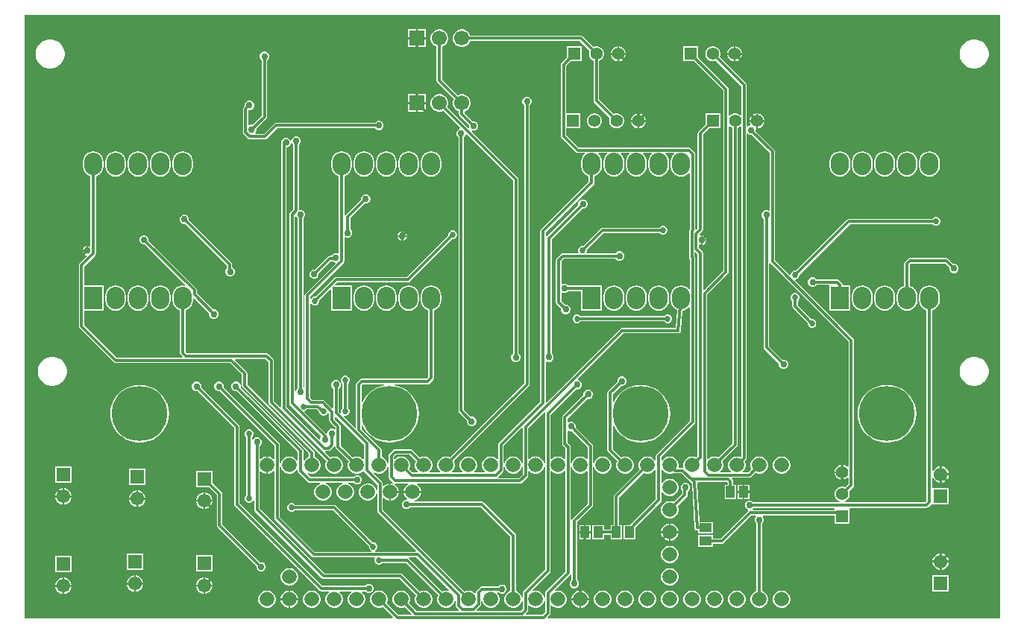
<source format=gtl>
G04*
G04 #@! TF.GenerationSoftware,Altium Limited,Altium Designer,22.10.1 (41)*
G04*
G04 Layer_Physical_Order=1*
G04 Layer_Color=255*
%FSLAX44Y44*%
%MOMM*%
G71*
G04*
G04 #@! TF.SameCoordinates,F6FD88A5-7606-448C-B8D5-CB5F8BF09B0B*
G04*
G04*
G04 #@! TF.FilePolarity,Positive*
G04*
G01*
G75*
%ADD11R,1.0000X1.3500*%
%ADD12R,1.3500X1.0000*%
%ADD15C,1.4000*%
%ADD16R,1.4000X1.4000*%
%ADD20R,1.5500X1.5500*%
%ADD21C,1.5500*%
%ADD26R,1.4000X1.4000*%
%ADD29C,0.3048*%
%ADD30C,1.6650*%
%ADD31O,6.3500X6.1976*%
%ADD32R,2.0320X2.5400*%
%ADD33O,2.0320X2.5400*%
%ADD34C,1.7000*%
%ADD35R,1.7000X1.7000*%
%ADD36C,0.7620*%
%ADD37C,0.6858*%
G36*
X751863Y584716D02*
X751127Y584151D01*
X749254Y581710D01*
X748077Y578868D01*
X747675Y575818D01*
Y570738D01*
X748077Y567688D01*
X749254Y564846D01*
X751127Y562405D01*
X753568Y560532D01*
X756410Y559355D01*
X759460Y558953D01*
X762510Y559355D01*
X765352Y560532D01*
X767793Y562405D01*
X768358Y563141D01*
X769560Y562732D01*
Y499403D01*
X769454Y499297D01*
X768781Y498289D01*
X768544Y497099D01*
Y467488D01*
X768781Y466299D01*
X769454Y465290D01*
X769560Y465185D01*
Y431424D01*
X768358Y431015D01*
X767793Y431751D01*
X765352Y433624D01*
X762510Y434801D01*
X759460Y435203D01*
X756410Y434801D01*
X753568Y433624D01*
X751127Y431751D01*
X749254Y429310D01*
X748077Y426468D01*
X747675Y423418D01*
Y418338D01*
X748077Y415288D01*
X749254Y412446D01*
X751127Y410005D01*
X753568Y408132D01*
X755180Y407464D01*
X753435Y387283D01*
X692847D01*
X691657Y387046D01*
X690649Y386372D01*
X607120Y302843D01*
X605850Y303369D01*
Y348369D01*
X607120Y349076D01*
X608539Y348488D01*
X610661D01*
X612621Y349300D01*
X614122Y350801D01*
X614934Y352761D01*
Y354883D01*
X614122Y356843D01*
X612708Y358258D01*
Y487917D01*
X647269Y522478D01*
X649269D01*
X651229Y523290D01*
X652730Y524790D01*
X653542Y526751D01*
Y528873D01*
X652730Y530834D01*
X651229Y532334D01*
X649269Y533146D01*
X647147D01*
X645186Y532334D01*
X643686Y530834D01*
X642874Y528873D01*
Y526873D01*
X607402Y491401D01*
X607120Y490978D01*
X605850Y491363D01*
Y495791D01*
X660058Y549999D01*
X660731Y551007D01*
X660968Y552196D01*
Y559379D01*
X663752Y560532D01*
X666193Y562405D01*
X668066Y564846D01*
X669243Y567688D01*
X669645Y570738D01*
Y575818D01*
X669243Y578868D01*
X668066Y581710D01*
X666193Y584151D01*
X665457Y584716D01*
X665866Y585918D01*
X675254D01*
X675663Y584716D01*
X674927Y584151D01*
X673054Y581710D01*
X671877Y578868D01*
X671475Y575818D01*
Y570738D01*
X671877Y567688D01*
X673054Y564846D01*
X674927Y562405D01*
X677368Y560532D01*
X680210Y559355D01*
X683260Y558953D01*
X686310Y559355D01*
X689152Y560532D01*
X691593Y562405D01*
X693466Y564846D01*
X694643Y567688D01*
X695045Y570738D01*
Y575818D01*
X694643Y578868D01*
X693466Y581710D01*
X691593Y584151D01*
X690857Y584716D01*
X691266Y585918D01*
X700654D01*
X701063Y584716D01*
X700327Y584151D01*
X698454Y581710D01*
X697277Y578868D01*
X696875Y575818D01*
Y570738D01*
X697277Y567688D01*
X698454Y564846D01*
X700327Y562405D01*
X702768Y560532D01*
X705610Y559355D01*
X708660Y558953D01*
X711710Y559355D01*
X714552Y560532D01*
X716993Y562405D01*
X718866Y564846D01*
X720043Y567688D01*
X720445Y570738D01*
Y575818D01*
X720043Y578868D01*
X718866Y581710D01*
X716993Y584151D01*
X716257Y584716D01*
X716666Y585918D01*
X726054D01*
X726463Y584716D01*
X725727Y584151D01*
X723854Y581710D01*
X722677Y578868D01*
X722275Y575818D01*
Y570738D01*
X722677Y567688D01*
X723854Y564846D01*
X725727Y562405D01*
X728168Y560532D01*
X731010Y559355D01*
X734060Y558953D01*
X737110Y559355D01*
X739952Y560532D01*
X742393Y562405D01*
X744266Y564846D01*
X745443Y567688D01*
X745845Y570738D01*
Y575818D01*
X745443Y578868D01*
X744266Y581710D01*
X742393Y584151D01*
X741657Y584716D01*
X742066Y585918D01*
X751454D01*
X751863Y584716D01*
D02*
G37*
G36*
X1121336Y57224D02*
X608617D01*
X608131Y58398D01*
X610584Y60851D01*
X611258Y61860D01*
X611495Y63049D01*
Y71281D01*
X612765Y71807D01*
X613713Y70859D01*
X615958Y69562D01*
X618463Y68891D01*
X621057D01*
X623562Y69562D01*
X625807Y70859D01*
X627641Y72693D01*
X628938Y74938D01*
X629609Y77443D01*
Y80037D01*
X628938Y82542D01*
X627641Y84787D01*
X625807Y86621D01*
X623562Y87918D01*
X621057Y88589D01*
X618463D01*
X617068Y88215D01*
X616411Y89354D01*
X633387Y106331D01*
X633797Y106944D01*
X635067Y106559D01*
Y100956D01*
X633653Y99542D01*
X632841Y97581D01*
Y95459D01*
X633653Y93498D01*
X635154Y91998D01*
X637114Y91186D01*
X639236D01*
X641197Y91998D01*
X642697Y93498D01*
X643509Y95459D01*
Y97581D01*
X642697Y99542D01*
X641283Y100956D01*
Y166226D01*
X658788Y183731D01*
X659461Y184739D01*
X659698Y185928D01*
Y228718D01*
X660968Y228885D01*
X661382Y227338D01*
X662679Y225093D01*
X664513Y223259D01*
X666758Y221962D01*
X669263Y221291D01*
X671857D01*
X674362Y221962D01*
X676607Y223259D01*
X678441Y225093D01*
X679738Y227338D01*
X680409Y229843D01*
Y232437D01*
X679738Y234942D01*
X678441Y237187D01*
X676607Y239021D01*
X674362Y240318D01*
X671857Y240989D01*
X669263D01*
X666758Y240318D01*
X664513Y239021D01*
X662679Y237187D01*
X661382Y234942D01*
X660968Y233395D01*
X659698Y233562D01*
Y252984D01*
X659461Y254173D01*
X658788Y255182D01*
X639826Y274143D01*
Y276143D01*
X639014Y278104D01*
X637514Y279604D01*
X635553Y280416D01*
X633431D01*
X632012Y279828D01*
X630742Y280534D01*
Y283955D01*
X653111Y306324D01*
X655111D01*
X657072Y307136D01*
X658572Y308636D01*
X659384Y310597D01*
Y312719D01*
X658572Y314680D01*
X657072Y316180D01*
X655111Y316992D01*
X652989D01*
X651029Y316180D01*
X649528Y314680D01*
X648716Y312719D01*
Y310719D01*
X625437Y287439D01*
X624763Y286431D01*
X624526Y285242D01*
Y255270D01*
X624763Y254081D01*
X625437Y253072D01*
X628082Y250427D01*
Y238542D01*
X626812Y238016D01*
X625807Y239021D01*
X623562Y240318D01*
X621057Y240989D01*
X618463D01*
X615958Y240318D01*
X613713Y239021D01*
X612708Y238016D01*
X611438Y238542D01*
Y288273D01*
X640411Y317246D01*
X642411D01*
X644371Y318058D01*
X645872Y319559D01*
X646684Y321519D01*
Y323641D01*
X645872Y325602D01*
X644371Y327102D01*
X642670Y327807D01*
X642154Y329087D01*
X694134Y381067D01*
X756285D01*
X756750Y381160D01*
X757222Y381212D01*
X757341Y381277D01*
X757474Y381304D01*
X757869Y381568D01*
X758285Y381796D01*
X758370Y381902D01*
X758483Y381978D01*
X758746Y382372D01*
X759043Y382743D01*
X759081Y382873D01*
X759156Y382986D01*
X759249Y383451D01*
X759381Y383907D01*
X761362Y406804D01*
X762510Y406955D01*
X765352Y408132D01*
X767793Y410005D01*
X768358Y410741D01*
X769560Y410332D01*
Y281449D01*
X731862Y243752D01*
X731189Y242743D01*
X730952Y241554D01*
Y236764D01*
X729682Y236423D01*
X729241Y237187D01*
X727407Y239021D01*
X725162Y240318D01*
X722657Y240989D01*
X720063D01*
X717558Y240318D01*
X715313Y239021D01*
X713479Y237187D01*
X712182Y234942D01*
X711511Y232437D01*
Y229843D01*
X712182Y227338D01*
X712541Y226716D01*
X683722Y197897D01*
X683049Y196889D01*
X682812Y195700D01*
Y163214D01*
X679396D01*
Y158048D01*
X671884D01*
Y163214D01*
X658836D01*
Y146666D01*
X671884D01*
Y151832D01*
X679396D01*
Y146666D01*
X692444D01*
Y163214D01*
X689028D01*
Y194413D01*
X716936Y222321D01*
X717558Y221962D01*
X720063Y221291D01*
X722657D01*
X725162Y221962D01*
X727407Y223259D01*
X729241Y225093D01*
X729682Y225857D01*
X730952Y225516D01*
Y192549D01*
X701617Y163214D01*
X694396D01*
Y146666D01*
X707444D01*
Y160251D01*
X736257Y189065D01*
X736931Y190073D01*
X737168Y191262D01*
Y200116D01*
X738438Y200457D01*
X738879Y199693D01*
X740713Y197859D01*
X742958Y196562D01*
X745463Y195891D01*
X748057D01*
X750562Y196562D01*
X752807Y197859D01*
X754641Y199693D01*
X755938Y201938D01*
X756609Y204443D01*
Y207037D01*
X755938Y209542D01*
X754641Y211787D01*
X752807Y213621D01*
X750562Y214918D01*
X748057Y215589D01*
X745463D01*
X742958Y214918D01*
X740713Y213621D01*
X738879Y211787D01*
X738438Y211023D01*
X737168Y211364D01*
Y225516D01*
X738438Y225857D01*
X738879Y225093D01*
X740713Y223259D01*
X742958Y221962D01*
X745463Y221291D01*
X748057D01*
X750562Y221962D01*
X751324Y222402D01*
X751667Y222173D01*
X752856Y221936D01*
X759951D01*
X768890Y212997D01*
X768890Y212997D01*
X771670Y210217D01*
X774773Y159710D01*
X774904Y159214D01*
X775004Y158711D01*
X775058Y158631D01*
X775082Y158537D01*
X775393Y158129D01*
X775677Y157703D01*
X775758Y157649D01*
X775816Y157572D01*
X776259Y157314D01*
X776686Y157029D01*
X776780Y157010D01*
X776864Y156961D01*
X777372Y156892D01*
X777875Y156792D01*
X779126D01*
Y153376D01*
X795674D01*
Y166424D01*
X780588D01*
X777861Y210817D01*
X778954Y212087D01*
X811703D01*
X812352Y211438D01*
Y208934D01*
X808936D01*
Y192386D01*
X821984D01*
Y208934D01*
X818568D01*
Y212725D01*
X818331Y213914D01*
X817657Y214923D01*
X817094Y215486D01*
X817580Y216659D01*
X836987D01*
X838176Y216896D01*
X839184Y217569D01*
X843936Y222321D01*
X844558Y221962D01*
X847063Y221291D01*
X849657D01*
X852162Y221962D01*
X854407Y223259D01*
X856241Y225093D01*
X857538Y227338D01*
X858209Y229843D01*
Y232437D01*
X857538Y234942D01*
X856241Y237187D01*
X854407Y239021D01*
X852162Y240318D01*
X849657Y240989D01*
X847063D01*
X844558Y240318D01*
X842313Y239021D01*
X840479Y237187D01*
X839182Y234942D01*
X838511Y232437D01*
Y229843D01*
X839182Y227338D01*
X839541Y226716D01*
X835700Y222875D01*
X830419D01*
X829893Y224145D01*
X830841Y225093D01*
X832138Y227338D01*
X832809Y229843D01*
Y232437D01*
X832138Y234942D01*
X831779Y235564D01*
X833286Y237071D01*
X833959Y238079D01*
X834196Y239268D01*
Y607313D01*
X835466Y607839D01*
X835940Y607364D01*
X837901Y606552D01*
X839901D01*
X860238Y586215D01*
Y521073D01*
X858968Y520366D01*
X857549Y520954D01*
X855427D01*
X853466Y520142D01*
X851966Y518642D01*
X851154Y516681D01*
Y514559D01*
X851966Y512598D01*
X853380Y511184D01*
Y364998D01*
X853617Y363809D01*
X854290Y362800D01*
X870458Y346633D01*
Y344633D01*
X871270Y342673D01*
X872770Y341172D01*
X874731Y340360D01*
X876853D01*
X878813Y341172D01*
X880314Y342673D01*
X881126Y344633D01*
Y346755D01*
X880314Y348716D01*
X878813Y350216D01*
X876853Y351028D01*
X874853D01*
X859596Y366285D01*
Y460121D01*
X860866Y460506D01*
X861149Y460083D01*
X949646Y371585D01*
Y229834D01*
X948376Y229308D01*
X947744Y229941D01*
X945800Y231063D01*
X943632Y231644D01*
X943526D01*
Y223120D01*
Y214596D01*
X943632D01*
X945800Y215177D01*
X947744Y216299D01*
X948376Y216932D01*
X949646Y216406D01*
Y209652D01*
X945963Y205969D01*
X945800Y206063D01*
X943632Y206644D01*
X941387D01*
X939220Y206063D01*
X937276Y204941D01*
X935689Y203354D01*
X934567Y201410D01*
X933986Y199242D01*
Y196998D01*
X934567Y194830D01*
X935689Y192886D01*
X937276Y191299D01*
X939220Y190177D01*
X939687Y190052D01*
X939520Y188782D01*
X841874D01*
X840460Y190196D01*
X838499Y191008D01*
X836377D01*
X834417Y190196D01*
X832916Y188696D01*
X832104Y186735D01*
Y184613D01*
X832916Y182652D01*
X834417Y181152D01*
X835598Y180663D01*
X835749Y179235D01*
X804521Y148008D01*
X795674D01*
Y151424D01*
X779126D01*
Y138376D01*
X795674D01*
Y141792D01*
X805808D01*
X806997Y142029D01*
X808005Y142702D01*
X839233Y173930D01*
X844041D01*
X844567Y172660D01*
X843838Y171931D01*
X843026Y169971D01*
Y167849D01*
X843838Y165889D01*
X845252Y164474D01*
Y88104D01*
X844558Y87918D01*
X842313Y86621D01*
X840479Y84787D01*
X839182Y82542D01*
X838511Y80037D01*
Y77443D01*
X839182Y74938D01*
X840479Y72693D01*
X842313Y70859D01*
X844558Y69562D01*
X847063Y68891D01*
X849657D01*
X852162Y69562D01*
X854407Y70859D01*
X856241Y72693D01*
X857538Y74938D01*
X858209Y77443D01*
Y80037D01*
X857538Y82542D01*
X856241Y84787D01*
X854407Y86621D01*
X852162Y87918D01*
X851468Y88104D01*
Y164474D01*
X852882Y165889D01*
X853694Y167849D01*
Y169971D01*
X852882Y171931D01*
X852153Y172660D01*
X852679Y173930D01*
X933986D01*
Y164596D01*
X951034D01*
Y181296D01*
X951034Y181644D01*
X951873Y182566D01*
X1038225D01*
X1039414Y182803D01*
X1040423Y183477D01*
X1043597Y186651D01*
X1043726Y186843D01*
X1044996Y186506D01*
X1045027Y186506D01*
X1063544D01*
Y205054D01*
X1045778D01*
X1044996Y205054D01*
X1044508Y206122D01*
Y216718D01*
X1045778Y216940D01*
X1046849Y215086D01*
X1048575Y213359D01*
X1050690Y212138D01*
X1053049Y211506D01*
X1053254D01*
Y220780D01*
Y230054D01*
X1053049D01*
X1050690Y229422D01*
X1048575Y228201D01*
X1046849Y226474D01*
X1045778Y224619D01*
X1044508Y224842D01*
Y406979D01*
X1047292Y408132D01*
X1049733Y410005D01*
X1051606Y412446D01*
X1052783Y415288D01*
X1053185Y418338D01*
Y423418D01*
X1052783Y426468D01*
X1051606Y429310D01*
X1049733Y431751D01*
X1047292Y433624D01*
X1044450Y434801D01*
X1041400Y435203D01*
X1038350Y434801D01*
X1035508Y433624D01*
X1033067Y431751D01*
X1031194Y429310D01*
X1030017Y426468D01*
X1029615Y423418D01*
Y418338D01*
X1030017Y415288D01*
X1031194Y412446D01*
X1033067Y410005D01*
X1035508Y408132D01*
X1038292Y406979D01*
Y190136D01*
X1036938Y188782D01*
X945500D01*
X945333Y190052D01*
X945800Y190177D01*
X947744Y191299D01*
X949331Y192886D01*
X950453Y194830D01*
X951034Y196998D01*
Y199242D01*
X950453Y201410D01*
X950358Y201574D01*
X954951Y206167D01*
X955625Y207175D01*
X955862Y208364D01*
Y372872D01*
X955625Y374061D01*
X954951Y375070D01*
X889204Y440817D01*
X889730Y442087D01*
X889985D01*
X891806Y442841D01*
X893199Y444234D01*
X893953Y446055D01*
Y447598D01*
X951247Y504892D01*
X1045123D01*
X1046214Y503801D01*
X1048035Y503047D01*
X1050005D01*
X1051826Y503801D01*
X1053219Y505194D01*
X1053973Y507015D01*
Y508985D01*
X1053219Y510806D01*
X1051826Y512199D01*
X1050005Y512953D01*
X1048035D01*
X1046214Y512199D01*
X1045123Y511108D01*
X949960D01*
X948771Y510871D01*
X947763Y510197D01*
X889558Y451993D01*
X888015D01*
X886194Y451239D01*
X884801Y449846D01*
X884047Y448025D01*
Y447770D01*
X882777Y447244D01*
X866454Y463567D01*
Y587502D01*
X866217Y588691D01*
X865544Y589700D01*
X844296Y610947D01*
Y612569D01*
X844468Y613085D01*
X844804Y613355D01*
Y621284D01*
X837296D01*
Y621178D01*
X837877Y619010D01*
X838233Y618393D01*
X837532Y617067D01*
X835940Y616408D01*
X835466Y615933D01*
X834196Y616459D01*
Y662832D01*
X833959Y664021D01*
X833286Y665029D01*
X803268Y695046D01*
X803363Y695210D01*
X803944Y697378D01*
Y699622D01*
X803363Y701790D01*
X802241Y703734D01*
X800654Y705321D01*
X798710Y706443D01*
X796542Y707024D01*
X794298D01*
X792130Y706443D01*
X790186Y705321D01*
X788599Y703734D01*
X787477Y701790D01*
X786896Y699622D01*
Y697378D01*
X787477Y695210D01*
X788599Y693266D01*
X790186Y691679D01*
X792130Y690557D01*
X794298Y689976D01*
X796542D01*
X798710Y690557D01*
X798874Y690651D01*
X827980Y661544D01*
Y628990D01*
X826710Y628464D01*
X826054Y629121D01*
X824110Y630243D01*
X821942Y630824D01*
X819698D01*
X817530Y630243D01*
X815586Y629121D01*
X814818Y628353D01*
X813548Y628879D01*
Y658480D01*
X813311Y659669D01*
X812638Y660677D01*
X778944Y694371D01*
Y707024D01*
X761896D01*
Y689976D01*
X774549D01*
X807333Y657193D01*
Y452064D01*
X785585Y430316D01*
X784412Y430802D01*
Y472060D01*
X784175Y473249D01*
X783502Y474258D01*
X779332Y478427D01*
Y481465D01*
X780602Y482172D01*
X782021Y481584D01*
X782066D01*
Y486918D01*
Y492252D01*
X782021D01*
X781672Y492108D01*
X780082Y492804D01*
X780027Y492952D01*
X783502Y496426D01*
X784175Y497434D01*
X784412Y498623D01*
Y606497D01*
X791691Y613776D01*
X804344D01*
Y630824D01*
X787296D01*
Y618171D01*
X779107Y609981D01*
X778433Y608973D01*
X778196Y607784D01*
Y499911D01*
X777046Y498760D01*
X775776Y499286D01*
Y584708D01*
X775539Y585897D01*
X774865Y586906D01*
X770547Y591223D01*
X769539Y591897D01*
X768350Y592134D01*
X643399D01*
X629218Y606315D01*
Y613776D01*
X644724D01*
Y630824D01*
X629218D01*
Y684983D01*
X634211Y689976D01*
X646864D01*
Y707024D01*
X629816D01*
Y694371D01*
X623913Y688467D01*
X623239Y687459D01*
X623002Y686270D01*
Y605028D01*
X623239Y603839D01*
X623913Y602831D01*
X639915Y586828D01*
X640923Y586155D01*
X642112Y585918D01*
X649854D01*
X650263Y584716D01*
X649527Y584151D01*
X647654Y581710D01*
X646477Y578868D01*
X646075Y575818D01*
Y570738D01*
X646477Y567688D01*
X647654Y564846D01*
X649527Y562405D01*
X651968Y560532D01*
X654752Y559379D01*
Y553483D01*
X600545Y499276D01*
X599871Y498267D01*
X599634Y497078D01*
Y303293D01*
X552793Y256451D01*
X552119Y255443D01*
X551882Y254254D01*
Y238542D01*
X550612Y238016D01*
X549607Y239021D01*
X547362Y240318D01*
X544857Y240989D01*
X542263D01*
X539758Y240318D01*
X537513Y239021D01*
X535679Y237187D01*
X534382Y234942D01*
X533711Y232437D01*
Y229843D01*
X534382Y227338D01*
X535679Y225093D01*
X536684Y224088D01*
X536158Y222818D01*
X525562D01*
X525036Y224088D01*
X526041Y225093D01*
X527338Y227338D01*
X528009Y229843D01*
Y232437D01*
X527338Y234942D01*
X526041Y237187D01*
X524207Y239021D01*
X521962Y240318D01*
X519457Y240989D01*
X516863D01*
X514358Y240318D01*
X512113Y239021D01*
X510279Y237187D01*
X508982Y234942D01*
X508311Y232437D01*
Y229843D01*
X508982Y227338D01*
X510279Y225093D01*
X511284Y224088D01*
X510758Y222818D01*
X500162D01*
X499636Y224088D01*
X500641Y225093D01*
X501938Y227338D01*
X502609Y229843D01*
Y232437D01*
X501938Y234942D01*
X501579Y235564D01*
X586906Y320891D01*
X587579Y321899D01*
X587816Y323088D01*
Y639962D01*
X589230Y641376D01*
X590042Y643337D01*
Y645459D01*
X589230Y647420D01*
X587729Y648920D01*
X585769Y649732D01*
X583647D01*
X581687Y648920D01*
X580186Y647420D01*
X579374Y645459D01*
Y643337D01*
X580186Y641376D01*
X581600Y639962D01*
Y324375D01*
X497184Y239959D01*
X496562Y240318D01*
X494057Y240989D01*
X491463D01*
X488958Y240318D01*
X486713Y239021D01*
X484879Y237187D01*
X483582Y234942D01*
X482911Y232437D01*
Y229843D01*
X483582Y227338D01*
X484879Y225093D01*
X485884Y224088D01*
X485358Y222818D01*
X474762D01*
X474236Y224088D01*
X475241Y225093D01*
X476538Y227338D01*
X477209Y229843D01*
Y232437D01*
X476538Y234942D01*
X475241Y237187D01*
X473407Y239021D01*
X471162Y240318D01*
X468657Y240989D01*
X466063D01*
X463558Y240318D01*
X462936Y239959D01*
X454698Y248197D01*
X453690Y248870D01*
X452501Y249107D01*
X434975D01*
X433786Y248870D01*
X432777Y248197D01*
X428332Y243752D01*
X427659Y242743D01*
X427422Y241554D01*
Y233562D01*
X426152Y233395D01*
X425738Y234942D01*
X424441Y237187D01*
X422607Y239021D01*
X420362Y240318D01*
X419668Y240504D01*
Y248166D01*
X419431Y249355D01*
X418758Y250363D01*
X396808Y272313D01*
Y276015D01*
X398053Y276262D01*
X398678Y274754D01*
X401352Y270391D01*
X404675Y266500D01*
X408567Y263176D01*
X412930Y260502D01*
X417658Y258544D01*
X422634Y257349D01*
X425426Y257129D01*
X425939Y257048D01*
X426459D01*
X427736Y256947D01*
X429260D01*
X430537Y257048D01*
X431057D01*
X431570Y257129D01*
X434362Y257349D01*
X439338Y258544D01*
X444066Y260502D01*
X448429Y263176D01*
X452321Y266500D01*
X455644Y270391D01*
X458318Y274754D01*
X460276Y279482D01*
X461471Y284458D01*
X461872Y289560D01*
X461471Y294662D01*
X460276Y299638D01*
X458318Y304366D01*
X455644Y308729D01*
X452321Y312621D01*
X448429Y315944D01*
X444066Y318618D01*
X439338Y320576D01*
X434362Y321771D01*
X434479Y323028D01*
X471678D01*
X472867Y323265D01*
X473876Y323938D01*
X477939Y328003D01*
X478613Y329011D01*
X478850Y330200D01*
Y406979D01*
X481634Y408132D01*
X484075Y410005D01*
X485948Y412446D01*
X487125Y415288D01*
X487527Y418338D01*
Y423418D01*
X487125Y426468D01*
X485948Y429310D01*
X484075Y431751D01*
X481634Y433624D01*
X478792Y434801D01*
X475742Y435203D01*
X472692Y434801D01*
X469850Y433624D01*
X467409Y431751D01*
X465536Y429310D01*
X464359Y426468D01*
X463957Y423418D01*
Y418338D01*
X464359Y415288D01*
X465536Y412446D01*
X467409Y410005D01*
X469850Y408132D01*
X472634Y406979D01*
Y331487D01*
X470391Y329244D01*
X396875D01*
X395686Y329007D01*
X394678Y328334D01*
X391502Y325159D01*
X390829Y324150D01*
X390592Y322961D01*
Y273722D01*
X389419Y273236D01*
X376464Y286191D01*
X377183Y287268D01*
X377475Y287147D01*
X379445D01*
X381266Y287901D01*
X382659Y289294D01*
X383413Y291115D01*
Y293085D01*
X382659Y294906D01*
X381568Y295997D01*
Y323763D01*
X382659Y324854D01*
X383413Y326675D01*
Y328645D01*
X382659Y330466D01*
X381266Y331859D01*
X379445Y332613D01*
X377475D01*
X375654Y331859D01*
X374261Y330466D01*
X373507Y328645D01*
Y326675D01*
X374261Y324854D01*
X375352Y323763D01*
Y295997D01*
X374261Y294906D01*
X373507Y293085D01*
Y291115D01*
X373628Y290823D01*
X372551Y290104D01*
X370900Y291755D01*
Y318144D01*
X372314Y319559D01*
X373126Y321519D01*
Y323641D01*
X372314Y325602D01*
X370813Y327102D01*
X368853Y327914D01*
X366731D01*
X364771Y327102D01*
X363270Y325602D01*
X362458Y323641D01*
Y321519D01*
X363270Y319559D01*
X364684Y318144D01*
Y296514D01*
X363511Y296028D01*
X355060Y304479D01*
X354052Y305152D01*
X352863Y305389D01*
X340850D01*
X338388Y307851D01*
Y414472D01*
X339658Y414724D01*
X339662Y414715D01*
X341055Y413322D01*
X342875Y412567D01*
X344846D01*
X346666Y413322D01*
X348060Y414715D01*
X348814Y416535D01*
Y418325D01*
X361285Y430796D01*
X362458Y430310D01*
Y406654D01*
X385826D01*
Y435102D01*
X367250D01*
X366764Y436275D01*
X369341Y438852D01*
X449580D01*
X450769Y439089D01*
X451777Y439762D01*
X499822Y487807D01*
X501365D01*
X503186Y488561D01*
X504579Y489954D01*
X505333Y491775D01*
Y493745D01*
X504579Y495566D01*
X503186Y496959D01*
X501365Y497713D01*
X499395D01*
X497574Y496959D01*
X496181Y495566D01*
X495427Y493745D01*
Y492202D01*
X448293Y445068D01*
X368054D01*
X366864Y444831D01*
X365856Y444157D01*
X344172Y422473D01*
X342875D01*
X341055Y421720D01*
X339662Y420326D01*
X339658Y420317D01*
X338388Y420569D01*
Y422893D01*
X376339Y460844D01*
X377013Y461853D01*
X377250Y463042D01*
Y489594D01*
X378520Y490300D01*
X379939Y489712D01*
X382061D01*
X384021Y490524D01*
X385522Y492024D01*
X386334Y493985D01*
Y496107D01*
X385522Y498068D01*
X384108Y499482D01*
Y511793D01*
X400572Y528256D01*
X402571D01*
X404532Y529069D01*
X406032Y530569D01*
X406844Y532529D01*
Y534651D01*
X406032Y536612D01*
X404532Y538112D01*
X402571Y538924D01*
X400449D01*
X398489Y538112D01*
X396989Y536612D01*
X396176Y534651D01*
Y532651D01*
X378802Y515277D01*
X378520Y514854D01*
X377250Y515239D01*
Y559379D01*
X380034Y560532D01*
X382475Y562405D01*
X384348Y564846D01*
X385525Y567688D01*
X385927Y570738D01*
Y575818D01*
X385525Y578868D01*
X384348Y581710D01*
X382475Y584151D01*
X380034Y586024D01*
X377192Y587201D01*
X374142Y587603D01*
X371092Y587201D01*
X368250Y586024D01*
X365809Y584151D01*
X363936Y581710D01*
X362759Y578868D01*
X362357Y575818D01*
Y570738D01*
X362759Y567688D01*
X363936Y564846D01*
X365809Y562405D01*
X368250Y560532D01*
X371034Y559379D01*
Y472258D01*
X369764Y471552D01*
X368345Y472139D01*
X366223D01*
X364263Y471327D01*
X362762Y469827D01*
X362435Y469038D01*
X360774D01*
X359585Y468802D01*
X358577Y468128D01*
X343839Y453390D01*
X341839D01*
X339879Y452578D01*
X338378Y451077D01*
X337566Y449117D01*
Y446995D01*
X338378Y445034D01*
X339879Y443534D01*
X341839Y442722D01*
X343961D01*
X345922Y443534D01*
X347422Y445034D01*
X348234Y446995D01*
Y448995D01*
X362062Y462823D01*
X363723D01*
X364263Y462283D01*
X366223Y461471D01*
X366517D01*
X367003Y460298D01*
X333083Y426377D01*
X332409Y425369D01*
X332172Y424180D01*
Y320524D01*
X330902Y319845D01*
X330768Y319935D01*
Y511588D01*
X332182Y513002D01*
X332994Y514962D01*
Y517084D01*
X332182Y519045D01*
X330681Y520545D01*
X328721Y521357D01*
X326599D01*
X325688Y521966D01*
Y595004D01*
X327102Y596418D01*
X327914Y598379D01*
Y600501D01*
X327102Y602462D01*
X325602Y603962D01*
X323641Y604774D01*
X321519D01*
X319559Y603962D01*
X318058Y602462D01*
X317246Y600501D01*
Y600202D01*
X315976Y599949D01*
X315672Y600684D01*
X314172Y602184D01*
X312211Y602996D01*
X310089D01*
X308129Y602184D01*
X306628Y600684D01*
X305816Y598723D01*
Y598713D01*
X305739Y598597D01*
X305502Y597408D01*
Y297589D01*
X304232Y297063D01*
X297502Y303793D01*
Y349623D01*
X297265Y350812D01*
X296592Y351820D01*
X291122Y357290D01*
X290114Y357963D01*
X288925Y358200D01*
X198772D01*
X196910Y360062D01*
Y406979D01*
X199694Y408132D01*
X202135Y410005D01*
X204008Y412446D01*
X205185Y415288D01*
X205587Y418338D01*
Y420311D01*
X206760Y420797D01*
X223774Y403783D01*
Y401783D01*
X224586Y399823D01*
X226087Y398322D01*
X228047Y397510D01*
X230169D01*
X232129Y398322D01*
X233630Y399823D01*
X234442Y401783D01*
Y403905D01*
X233630Y405866D01*
X232129Y407366D01*
X230169Y408178D01*
X228169D01*
X210118Y426229D01*
Y430022D01*
X209881Y431211D01*
X209207Y432220D01*
X155194Y486233D01*
Y488233D01*
X154382Y490193D01*
X152881Y491694D01*
X150921Y492506D01*
X148799D01*
X146839Y491694D01*
X145338Y490193D01*
X144526Y488233D01*
Y486111D01*
X145338Y484151D01*
X146839Y482650D01*
X148799Y481838D01*
X150799D01*
X196510Y436127D01*
X195917Y434924D01*
X193802Y435203D01*
X190752Y434801D01*
X187910Y433624D01*
X185469Y431751D01*
X183596Y429310D01*
X182419Y426468D01*
X182017Y423418D01*
Y418338D01*
X182419Y415288D01*
X183596Y412446D01*
X185469Y410005D01*
X187910Y408132D01*
X190694Y406979D01*
Y358775D01*
X190931Y357586D01*
X191604Y356577D01*
X193568Y354614D01*
X193082Y353440D01*
X119077D01*
X82102Y390415D01*
Y406654D01*
X103886D01*
Y435102D01*
X82102D01*
Y457004D01*
X94399Y469302D01*
X95073Y470310D01*
X95310Y471500D01*
Y559379D01*
X98094Y560532D01*
X100535Y562405D01*
X102408Y564846D01*
X103585Y567688D01*
X103987Y570738D01*
Y575818D01*
X103585Y578868D01*
X102408Y581710D01*
X100535Y584151D01*
X98094Y586024D01*
X95252Y587201D01*
X92202Y587603D01*
X89152Y587201D01*
X86310Y586024D01*
X83869Y584151D01*
X81996Y581710D01*
X80819Y578868D01*
X80417Y575818D01*
Y570738D01*
X80819Y567688D01*
X81996Y564846D01*
X83869Y562405D01*
X86310Y560532D01*
X89094Y559379D01*
Y480433D01*
X87824Y479726D01*
X86405Y480314D01*
X86360D01*
Y474980D01*
X85344D01*
Y473964D01*
X80010D01*
Y473919D01*
X80822Y471959D01*
X82323Y470458D01*
X84283Y469646D01*
X84294D01*
X84780Y468473D01*
X76796Y460489D01*
X76123Y459481D01*
X75886Y458292D01*
Y389128D01*
X76123Y387939D01*
X76796Y386931D01*
X115592Y348135D01*
X116600Y347461D01*
X117789Y347225D01*
X247888D01*
X261042Y334071D01*
Y321575D01*
X261278Y320385D01*
X261952Y319377D01*
X337252Y244077D01*
Y240504D01*
X336558Y240318D01*
X334313Y239021D01*
X332479Y237187D01*
X332038Y236423D01*
X330768Y236764D01*
Y247142D01*
X330531Y248331D01*
X329857Y249340D01*
X259588Y319609D01*
Y321609D01*
X258776Y323569D01*
X257276Y325070D01*
X255315Y325882D01*
X253193D01*
X251232Y325070D01*
X249732Y323569D01*
X248920Y321609D01*
Y319487D01*
X249732Y317526D01*
X251232Y316026D01*
X253193Y315214D01*
X255193D01*
X324552Y245855D01*
Y236764D01*
X323282Y236423D01*
X322841Y237187D01*
X321007Y239021D01*
X318762Y240318D01*
X316257Y240989D01*
X313663D01*
X311158Y240318D01*
X308913Y239021D01*
X307079Y237187D01*
X305782Y234942D01*
X305368Y233395D01*
X304098Y233562D01*
Y254508D01*
X303861Y255697D01*
X303188Y256705D01*
X240284Y319609D01*
Y321609D01*
X239472Y323569D01*
X237971Y325070D01*
X236011Y325882D01*
X233889D01*
X231929Y325070D01*
X230428Y323569D01*
X229616Y321609D01*
Y319487D01*
X230428Y317526D01*
X231929Y316026D01*
X233889Y315214D01*
X235889D01*
X297882Y253221D01*
Y238542D01*
X296612Y238016D01*
X295607Y239021D01*
X293362Y240318D01*
X290857Y240989D01*
X290576D01*
Y231140D01*
Y221291D01*
X290857D01*
X293362Y221962D01*
X295607Y223259D01*
X296612Y224264D01*
X297882Y223738D01*
Y171196D01*
X298119Y170007D01*
X298792Y168999D01*
X340448Y127343D01*
X341457Y126669D01*
X342646Y126432D01*
X411265D01*
X412068Y125162D01*
X411607Y124048D01*
Y122078D01*
X412361Y120257D01*
X413754Y118864D01*
X415575Y118110D01*
X417545D01*
X419366Y118864D01*
X420457Y119955D01*
X447150D01*
X483941Y83164D01*
X483582Y82542D01*
X482911Y80037D01*
Y77443D01*
X483582Y74938D01*
X484879Y72693D01*
X486713Y70859D01*
X488958Y69562D01*
X491463Y68891D01*
X494057D01*
X496562Y69562D01*
X498807Y70859D01*
X500641Y72693D01*
X501938Y74938D01*
X502352Y76485D01*
X503622Y76318D01*
Y71755D01*
X503859Y70566D01*
X504533Y69557D01*
X507325Y66765D01*
X506839Y65592D01*
X459503D01*
X450779Y74316D01*
X451138Y74938D01*
X451809Y77443D01*
Y80037D01*
X451138Y82542D01*
X449841Y84787D01*
X448007Y86621D01*
X445762Y87918D01*
X443257Y88589D01*
X440663D01*
X438158Y87918D01*
X435913Y86621D01*
X434079Y84787D01*
X432782Y82542D01*
X432111Y80037D01*
Y77443D01*
X432782Y74938D01*
X434079Y72693D01*
X435913Y70859D01*
X438158Y69562D01*
X440663Y68891D01*
X443257D01*
X445762Y69562D01*
X446384Y69921D01*
X454112Y62193D01*
X453626Y61020D01*
X438675D01*
X425379Y74316D01*
X425738Y74938D01*
X426409Y77443D01*
Y80037D01*
X425738Y82542D01*
X424441Y84787D01*
X422607Y86621D01*
X420362Y87918D01*
X417857Y88589D01*
X415263D01*
X412758Y87918D01*
X410513Y86621D01*
X408679Y84787D01*
X407382Y82542D01*
X406711Y80037D01*
Y77443D01*
X407382Y74938D01*
X408679Y72693D01*
X410513Y70859D01*
X412758Y69562D01*
X415263Y68891D01*
X417857D01*
X420362Y69562D01*
X420984Y69921D01*
X432507Y58398D01*
X432021Y57224D01*
X14045D01*
Y742876D01*
X1121336D01*
Y57224D01*
D02*
G37*
G36*
X322998Y513339D02*
X323138Y513002D01*
X324552Y511588D01*
Y318888D01*
X323138Y317474D01*
X322326Y315513D01*
X321116Y315657D01*
Y513510D01*
X321449Y513761D01*
X322998Y513339D01*
D02*
G37*
G36*
X422634Y321771D02*
X417658Y320576D01*
X412930Y318618D01*
X408567Y315944D01*
X404675Y312621D01*
X401352Y308729D01*
X398678Y304366D01*
X398053Y302858D01*
X396808Y303105D01*
Y321674D01*
X398162Y323028D01*
X422517D01*
X422634Y321771D01*
D02*
G37*
G36*
X348931Y291834D02*
Y291115D01*
X349685Y289294D01*
X351078Y287901D01*
X352899Y287147D01*
X354869D01*
X356690Y287901D01*
X358083Y289294D01*
X358133Y289416D01*
X359672Y289812D01*
X360112Y289460D01*
Y281940D01*
X360349Y280751D01*
X361022Y279743D01*
X367091Y273674D01*
X366978Y272428D01*
X365860Y271888D01*
X364281Y272542D01*
X362159D01*
X360199Y271730D01*
X358698Y270229D01*
X357886Y268269D01*
Y267584D01*
X356616Y267058D01*
X332091Y291583D01*
X332421Y293049D01*
X333535Y293510D01*
X334626Y294602D01*
X346163D01*
X348931Y291834D01*
D02*
G37*
G36*
X318058Y596418D02*
X319472Y595004D01*
Y521929D01*
X315811Y518268D01*
X315137Y517259D01*
X314900Y516070D01*
Y301271D01*
X315137Y300082D01*
X315811Y299073D01*
X351105Y263779D01*
X350570Y263244D01*
X349758Y261284D01*
Y261070D01*
X348585Y260584D01*
X311718Y297451D01*
Y592328D01*
X312211D01*
X314172Y593140D01*
X315672Y594641D01*
X316484Y596601D01*
Y596900D01*
X317754Y597153D01*
X318058Y596418D01*
D02*
G37*
G36*
X827980Y615610D02*
Y241081D01*
X826823Y240282D01*
X826762Y240318D01*
X824257Y240989D01*
X821663D01*
X819158Y240318D01*
X816913Y239021D01*
X815079Y237187D01*
X813782Y234942D01*
X813111Y232437D01*
Y229843D01*
X813782Y227338D01*
X815079Y225093D01*
X816027Y224145D01*
X815501Y222875D01*
X805019D01*
X804493Y224145D01*
X805441Y225093D01*
X806738Y227338D01*
X807409Y229843D01*
Y232437D01*
X806738Y234942D01*
X806379Y235564D01*
X823017Y252202D01*
X823691Y253211D01*
X823928Y254400D01*
Y614308D01*
X824110Y614357D01*
X826054Y615479D01*
X826710Y616136D01*
X827980Y615610D01*
D02*
G37*
G36*
X815586Y615479D02*
X817530Y614357D01*
X817712Y614308D01*
Y255687D01*
X801984Y239959D01*
X801362Y240318D01*
X798857Y240989D01*
X796263D01*
X793758Y240318D01*
X791513Y239021D01*
X790508Y238016D01*
X789238Y238542D01*
Y425179D01*
X812638Y448579D01*
X813311Y449587D01*
X813548Y450776D01*
Y615721D01*
X814818Y616247D01*
X815586Y615479D01*
D02*
G37*
G36*
X778196Y470773D02*
Y241571D01*
X776584Y239959D01*
X775962Y240318D01*
X773457Y240989D01*
X770863D01*
X768358Y240318D01*
X766113Y239021D01*
X764279Y237187D01*
X762982Y234942D01*
X762311Y232437D01*
Y229843D01*
X762484Y229199D01*
X761461Y228107D01*
X761238Y228152D01*
X757199D01*
X756426Y229159D01*
X756609Y229843D01*
Y232437D01*
X755938Y234942D01*
X754641Y237187D01*
X752807Y239021D01*
X750562Y240318D01*
X748057Y240989D01*
X745463D01*
X742958Y240318D01*
X740713Y239021D01*
X738879Y237187D01*
X738438Y236423D01*
X737168Y236764D01*
Y240267D01*
X774865Y277964D01*
X775539Y278973D01*
X775776Y280162D01*
Y466472D01*
X775539Y467661D01*
X774865Y468670D01*
X774760Y468775D01*
Y472550D01*
X775933Y473036D01*
X778196Y470773D01*
D02*
G37*
G36*
X399482Y254383D02*
Y238542D01*
X398212Y238016D01*
X397207Y239021D01*
X394962Y240318D01*
X392457Y240989D01*
X389863D01*
X387358Y240318D01*
X386736Y239959D01*
X373345Y253350D01*
Y274923D01*
X373109Y276112D01*
X372435Y277120D01*
X366328Y283227D01*
Y285878D01*
X367501Y286364D01*
X399482Y254383D01*
D02*
G37*
G36*
X633431Y269748D02*
X635431D01*
X653482Y251697D01*
Y238542D01*
X652212Y238016D01*
X651207Y239021D01*
X648962Y240318D01*
X646457Y240989D01*
X643863D01*
X641358Y240318D01*
X639113Y239021D01*
X637279Y237187D01*
X635982Y234942D01*
X635568Y233395D01*
X634298Y233562D01*
Y251714D01*
X634061Y252903D01*
X633387Y253911D01*
X630742Y256557D01*
Y269629D01*
X632012Y270336D01*
X633431Y269748D01*
D02*
G37*
G36*
X604972Y291000D02*
X605421Y290558D01*
X605222Y289560D01*
Y233562D01*
X603952Y233395D01*
X603538Y234942D01*
X602241Y237187D01*
X600407Y239021D01*
X598162Y240318D01*
X595657Y240989D01*
X593063D01*
X590558Y240318D01*
X588313Y239021D01*
X587308Y238016D01*
X586038Y238542D01*
Y272971D01*
X604374Y291307D01*
X604972Y291000D01*
D02*
G37*
G36*
X579822Y272895D02*
Y233562D01*
X578552Y233395D01*
X578138Y234942D01*
X576841Y237187D01*
X575007Y239021D01*
X572762Y240318D01*
X570257Y240989D01*
X567663D01*
X565158Y240318D01*
X562913Y239021D01*
X561079Y237187D01*
X559782Y234942D01*
X559368Y233395D01*
X558098Y233562D01*
Y252967D01*
X578552Y273421D01*
X579822Y272895D01*
D02*
G37*
G36*
X458541Y235564D02*
X458182Y234942D01*
X457511Y232437D01*
Y229843D01*
X458182Y227338D01*
X459479Y225093D01*
X460484Y224088D01*
X459958Y222818D01*
X454677D01*
X450779Y226716D01*
X451138Y227338D01*
X451809Y229843D01*
Y232437D01*
X451138Y234942D01*
X449841Y237187D01*
X448007Y239021D01*
X445762Y240318D01*
X443257Y240989D01*
X440663D01*
X438158Y240318D01*
X435913Y239021D01*
X434908Y238016D01*
X433638Y238542D01*
Y240267D01*
X436262Y242891D01*
X451214D01*
X458541Y235564D01*
D02*
G37*
G36*
X605222Y228718D02*
Y112355D01*
X580789Y87922D01*
X580116Y86914D01*
X579879Y85725D01*
Y80950D01*
X578609Y80782D01*
X578138Y82542D01*
X576841Y84787D01*
X575007Y86621D01*
X572762Y87918D01*
X572068Y88104D01*
Y151130D01*
X571831Y152319D01*
X571157Y153328D01*
X535852Y188633D01*
X534843Y189307D01*
X533654Y189544D01*
X456011D01*
X455957Y190791D01*
X458462Y191462D01*
X460707Y192759D01*
X462541Y194593D01*
X463838Y196839D01*
X464509Y199343D01*
Y199624D01*
X444811D01*
Y199343D01*
X445482Y196839D01*
X446779Y194593D01*
X448332Y193040D01*
X447966Y191870D01*
X447892Y191770D01*
X446741D01*
X444781Y190958D01*
X443280Y189457D01*
X442468Y187497D01*
Y185375D01*
X443280Y183414D01*
X444781Y181914D01*
X446741Y181102D01*
X448863D01*
X450824Y181914D01*
X452238Y183328D01*
X532367D01*
X565852Y149843D01*
Y88104D01*
X565158Y87918D01*
X562913Y86621D01*
X561079Y84787D01*
X559782Y82542D01*
X559111Y80037D01*
Y77443D01*
X559782Y74938D01*
X561079Y72693D01*
X562913Y70859D01*
X565158Y69562D01*
X567663Y68891D01*
X570257D01*
X572762Y69562D01*
X575007Y70859D01*
X576841Y72693D01*
X578138Y74938D01*
X578609Y76698D01*
X579879Y76530D01*
Y67962D01*
X577509Y65592D01*
X528211D01*
X527725Y66765D01*
X531787Y70827D01*
X532461Y71836D01*
X532698Y73025D01*
Y76318D01*
X533968Y76485D01*
X534382Y74938D01*
X535679Y72693D01*
X537513Y70859D01*
X539758Y69562D01*
X542263Y68891D01*
X544857D01*
X547362Y69562D01*
X549607Y70859D01*
X551441Y72693D01*
X552738Y74938D01*
X553409Y77443D01*
Y80037D01*
X552738Y82542D01*
X551441Y84787D01*
X550916Y85313D01*
X551374Y86651D01*
X552136Y86751D01*
X553238Y85648D01*
X555199Y84836D01*
X557321D01*
X559282Y85648D01*
X560782Y87149D01*
X561594Y89109D01*
Y91231D01*
X560782Y93191D01*
X559282Y94692D01*
X557321Y95504D01*
X555199D01*
X553238Y94692D01*
X551824Y93278D01*
X533400D01*
X532211Y93041D01*
X531203Y92367D01*
X527393Y88558D01*
X526719Y87549D01*
X526482Y86360D01*
Y86142D01*
X525212Y85616D01*
X524207Y86621D01*
X521962Y87918D01*
X519457Y88589D01*
X516863D01*
X514358Y87918D01*
X513736Y87559D01*
X420938Y180357D01*
Y193238D01*
X422208Y193764D01*
X423213Y192759D01*
X425458Y191462D01*
X427963Y190791D01*
X428244D01*
Y200640D01*
Y210489D01*
X427963D01*
X425458Y209818D01*
X423213Y208521D01*
X422208Y207516D01*
X420938Y208043D01*
Y210058D01*
X420701Y211247D01*
X420028Y212255D01*
X410461Y221822D01*
X411240Y222839D01*
X412758Y221962D01*
X415263Y221291D01*
X417857D01*
X420362Y221962D01*
X422607Y223259D01*
X424441Y225093D01*
X425738Y227338D01*
X426152Y228885D01*
X427422Y228718D01*
Y217805D01*
X427659Y216616D01*
X428332Y215607D01*
X432714Y211226D01*
X432719Y211094D01*
X431855Y210141D01*
X430557Y210489D01*
X430276D01*
Y201656D01*
X439109D01*
Y201937D01*
X438438Y204442D01*
X437141Y206688D01*
X435307Y208521D01*
X434330Y209086D01*
X434783Y210290D01*
X434975Y210252D01*
X449071D01*
X449411Y208982D01*
X448613Y208521D01*
X446779Y206688D01*
X445482Y204442D01*
X444811Y201937D01*
Y201656D01*
X464509D01*
Y201937D01*
X463838Y204442D01*
X462541Y206688D01*
X460707Y208521D01*
X459909Y208982D01*
X460249Y210252D01*
X576834D01*
X578023Y210489D01*
X579031Y211162D01*
X585127Y217258D01*
X585801Y218267D01*
X586038Y219456D01*
Y223738D01*
X587308Y224264D01*
X588313Y223259D01*
X590558Y221962D01*
X593063Y221291D01*
X595657D01*
X598162Y221962D01*
X600407Y223259D01*
X602241Y225093D01*
X603538Y227338D01*
X603952Y228885D01*
X605222Y228718D01*
D02*
G37*
G36*
X291286Y348336D02*
Y302506D01*
X291523Y301317D01*
X292197Y300308D01*
X356941Y235564D01*
X356582Y234942D01*
X355911Y232437D01*
Y229843D01*
X356582Y227338D01*
X357879Y225093D01*
X359713Y223259D01*
X361958Y221962D01*
X364463Y221291D01*
X367057D01*
X369562Y221962D01*
X371807Y223259D01*
X373641Y225093D01*
X374938Y227338D01*
X375609Y229843D01*
Y232437D01*
X374938Y234942D01*
X373641Y237187D01*
X371807Y239021D01*
X369562Y240318D01*
X367057Y240989D01*
X364463D01*
X361958Y240318D01*
X361336Y239959D01*
X355483Y245812D01*
X356009Y247082D01*
X359410D01*
X360599Y247319D01*
X361608Y247992D01*
X365418Y251803D01*
X365860Y252464D01*
X367130Y252079D01*
Y252062D01*
X367366Y250873D01*
X368040Y249865D01*
X382341Y235564D01*
X381982Y234942D01*
X381311Y232437D01*
Y229843D01*
X381982Y227338D01*
X383279Y225093D01*
X385113Y223259D01*
X387358Y221962D01*
X389863Y221291D01*
X392457D01*
X394962Y221962D01*
X397207Y223259D01*
X398363Y224415D01*
X399666Y224121D01*
X399773Y224028D01*
X400392Y223100D01*
X414722Y208771D01*
Y203062D01*
X413452Y202895D01*
X413038Y204442D01*
X411741Y206688D01*
X409907Y208521D01*
X407662Y209818D01*
X405157Y210489D01*
X402563D01*
X400058Y209818D01*
X397813Y208521D01*
X395979Y206688D01*
X394682Y204442D01*
X394011Y201937D01*
Y199343D01*
X394682Y196839D01*
X395979Y194593D01*
X397813Y192759D01*
X400058Y191462D01*
X402563Y190791D01*
X405157D01*
X407662Y191462D01*
X409907Y192759D01*
X411741Y194593D01*
X413038Y196839D01*
X413452Y198386D01*
X414722Y198218D01*
Y179070D01*
X414959Y177881D01*
X415633Y176873D01*
X458684Y133821D01*
X458198Y132648D01*
X412078D01*
X411826Y133918D01*
X412889Y134358D01*
X414282Y135751D01*
X415036Y137572D01*
Y139542D01*
X414282Y141363D01*
X412889Y142756D01*
X411068Y143510D01*
X409525D01*
X367957Y185077D01*
X366949Y185751D01*
X365760Y185988D01*
X321397D01*
X320306Y187079D01*
X318485Y187833D01*
X316515D01*
X314694Y187079D01*
X313301Y185686D01*
X312547Y183865D01*
Y181895D01*
X313301Y180074D01*
X314694Y178681D01*
X316515Y177927D01*
X318485D01*
X320306Y178681D01*
X321397Y179772D01*
X364473D01*
X405130Y139115D01*
Y137572D01*
X405884Y135751D01*
X407277Y134358D01*
X408340Y133918D01*
X408088Y132648D01*
X343933D01*
X304098Y172483D01*
Y228718D01*
X305368Y228885D01*
X305782Y227338D01*
X307079Y225093D01*
X308913Y223259D01*
X311158Y221962D01*
X313663Y221291D01*
X316257D01*
X318762Y221962D01*
X321007Y223259D01*
X322841Y225093D01*
X323282Y225857D01*
X324552Y225516D01*
Y224536D01*
X324789Y223347D01*
X325462Y222339D01*
X335622Y212178D01*
X336631Y211505D01*
X337820Y211268D01*
X349764D01*
X349931Y209998D01*
X349258Y209818D01*
X347013Y208521D01*
X345179Y206688D01*
X343882Y204442D01*
X343211Y201937D01*
Y199343D01*
X343882Y196839D01*
X345179Y194593D01*
X347013Y192759D01*
X349258Y191462D01*
X351763Y190791D01*
X354357D01*
X356862Y191462D01*
X359107Y192759D01*
X360941Y194593D01*
X362238Y196839D01*
X362909Y199343D01*
Y201937D01*
X362238Y204442D01*
X360941Y206688D01*
X359107Y208521D01*
X356862Y209818D01*
X356189Y209998D01*
X356356Y211268D01*
X375164D01*
X375331Y209998D01*
X374658Y209818D01*
X372413Y208521D01*
X370579Y206688D01*
X369282Y204442D01*
X368611Y201937D01*
Y199343D01*
X369282Y196839D01*
X370579Y194593D01*
X372413Y192759D01*
X374658Y191462D01*
X377163Y190791D01*
X379757D01*
X382262Y191462D01*
X384507Y192759D01*
X386341Y194593D01*
X387638Y196839D01*
X388309Y199343D01*
Y201937D01*
X387638Y204442D01*
X386341Y206688D01*
X384507Y208521D01*
X382262Y209818D01*
X381589Y209998D01*
X381756Y211268D01*
X387486D01*
X388900Y209854D01*
X390861Y209042D01*
X392983D01*
X394944Y209854D01*
X396444Y211355D01*
X397256Y213315D01*
Y215437D01*
X396444Y217397D01*
X394944Y218898D01*
X392983Y219710D01*
X390861D01*
X388900Y218898D01*
X387486Y217484D01*
X339107D01*
X335462Y221128D01*
X336242Y222145D01*
X336558Y221962D01*
X339063Y221291D01*
X341657D01*
X344162Y221962D01*
X346407Y223259D01*
X348241Y225093D01*
X349538Y227338D01*
X350209Y229843D01*
Y232437D01*
X349538Y234942D01*
X348241Y237187D01*
X346407Y239021D01*
X344162Y240318D01*
X343468Y240504D01*
Y245364D01*
X343231Y246553D01*
X342557Y247561D01*
X267257Y322862D01*
Y335358D01*
X267020Y336548D01*
X266347Y337556D01*
X253092Y350811D01*
X253578Y351984D01*
X287638D01*
X291286Y348336D01*
D02*
G37*
G36*
X559782Y227338D02*
X561079Y225093D01*
X562913Y223259D01*
X565158Y221962D01*
X567663Y221291D01*
X570257D01*
X572762Y221962D01*
X575007Y223259D01*
X576841Y225093D01*
X578138Y227338D01*
X578552Y228885D01*
X579822Y228718D01*
Y220743D01*
X575547Y216468D01*
X552186D01*
X551918Y216860D01*
X551698Y217738D01*
X557188Y223228D01*
X557861Y224236D01*
X558098Y225425D01*
Y228718D01*
X559368Y228885D01*
X559782Y227338D01*
D02*
G37*
G36*
X933986Y181644D02*
X933986Y181416D01*
X933697Y180146D01*
X841113D01*
X841082Y180192D01*
X840723Y181416D01*
X841874Y182566D01*
X933147D01*
X933986Y181644D01*
D02*
G37*
G36*
X635982Y227338D02*
X637279Y225093D01*
X639113Y223259D01*
X641358Y221962D01*
X643863Y221291D01*
X646457D01*
X648962Y221962D01*
X651207Y223259D01*
X652212Y224264D01*
X653482Y223738D01*
Y187215D01*
X635978Y169711D01*
X635568Y169097D01*
X634298Y169482D01*
Y228718D01*
X635568Y228885D01*
X635982Y227338D01*
D02*
G37*
G36*
X496187Y89333D02*
X495530Y88194D01*
X494057Y88589D01*
X491463D01*
X488958Y87918D01*
X488336Y87559D01*
X450733Y125162D01*
X450778Y125576D01*
X451167Y126432D01*
X459088D01*
X496187Y89333D01*
D02*
G37*
G36*
X613713Y223259D02*
X615958Y221962D01*
X618463Y221291D01*
X621057D01*
X623562Y221962D01*
X625807Y223259D01*
X626812Y224264D01*
X628082Y223738D01*
Y109815D01*
X606189Y87922D01*
X605516Y86914D01*
X605279Y85725D01*
Y80950D01*
X604009Y80782D01*
X603538Y82542D01*
X602241Y84787D01*
X600407Y86621D01*
X598162Y87918D01*
X595657Y88589D01*
X593063D01*
X591668Y88215D01*
X591011Y89354D01*
X610527Y108871D01*
X611201Y109879D01*
X611438Y111068D01*
Y223738D01*
X612708Y224264D01*
X613713Y223259D01*
D02*
G37*
G36*
X605279Y76530D02*
Y64336D01*
X601963Y61020D01*
X583386D01*
X582900Y62193D01*
X585184Y64478D01*
X585858Y65486D01*
X586095Y66675D01*
Y71281D01*
X587365Y71807D01*
X588313Y70859D01*
X590558Y69562D01*
X593063Y68891D01*
X595657D01*
X598162Y69562D01*
X600407Y70859D01*
X602241Y72693D01*
X603538Y74938D01*
X604009Y76698D01*
X605279Y76530D01*
D02*
G37*
%LPC*%
G36*
X740125Y502793D02*
X738155D01*
X736334Y502039D01*
X735243Y500948D01*
X670179D01*
X668990Y500711D01*
X667981Y500037D01*
X648258Y480314D01*
X646715D01*
X644894Y479560D01*
X643501Y478167D01*
X642747Y476346D01*
Y474376D01*
X643208Y473262D01*
X642405Y471992D01*
X625475D01*
X624286Y471755D01*
X623278Y471082D01*
X618325Y466129D01*
X617651Y465120D01*
X617414Y463931D01*
Y416306D01*
X617651Y415117D01*
X618325Y414109D01*
X623316Y409117D01*
Y407117D01*
X624128Y405157D01*
X625629Y403656D01*
X627589Y402844D01*
X629711D01*
X631671Y403656D01*
X633172Y405157D01*
X633984Y407117D01*
Y409239D01*
X633172Y411199D01*
X631671Y412700D01*
X629711Y413512D01*
X627711D01*
X623630Y417593D01*
Y426601D01*
X624900Y427308D01*
X626319Y426720D01*
X628441D01*
X630401Y427532D01*
X631816Y428946D01*
X646176D01*
Y406654D01*
X669544D01*
Y435102D01*
X658160D01*
X657860Y435162D01*
X631816D01*
X630401Y436576D01*
X628441Y437388D01*
X626319D01*
X624900Y436800D01*
X623630Y437506D01*
Y462644D01*
X626762Y465776D01*
X685174D01*
X686589Y464362D01*
X688549Y463550D01*
X690671D01*
X692632Y464362D01*
X694132Y465863D01*
X694944Y467823D01*
Y469945D01*
X694132Y471906D01*
X692632Y473406D01*
X690671Y474218D01*
X688549D01*
X686589Y473406D01*
X685174Y471992D01*
X652995D01*
X652191Y473262D01*
X652653Y474376D01*
Y475919D01*
X671466Y494732D01*
X735243D01*
X736334Y493641D01*
X738155Y492887D01*
X740125D01*
X741946Y493641D01*
X743339Y495034D01*
X744093Y496855D01*
Y498825D01*
X743339Y500646D01*
X741946Y502039D01*
X740125Y502793D01*
D02*
G37*
G36*
X734060Y435203D02*
X731010Y434801D01*
X728168Y433624D01*
X725727Y431751D01*
X723854Y429310D01*
X722677Y426468D01*
X722275Y423418D01*
Y418338D01*
X722677Y415288D01*
X723854Y412446D01*
X725727Y410005D01*
X728168Y408132D01*
X731010Y406955D01*
X734060Y406553D01*
X737110Y406955D01*
X739952Y408132D01*
X742393Y410005D01*
X744266Y412446D01*
X745443Y415288D01*
X745845Y418338D01*
Y423418D01*
X745443Y426468D01*
X744266Y429310D01*
X742393Y431751D01*
X739952Y433624D01*
X737110Y434801D01*
X734060Y435203D01*
D02*
G37*
G36*
X708660D02*
X705610Y434801D01*
X702768Y433624D01*
X700327Y431751D01*
X698454Y429310D01*
X697277Y426468D01*
X696875Y423418D01*
Y418338D01*
X697277Y415288D01*
X698454Y412446D01*
X700327Y410005D01*
X702768Y408132D01*
X705610Y406955D01*
X708660Y406553D01*
X711710Y406955D01*
X714552Y408132D01*
X716993Y410005D01*
X718866Y412446D01*
X720043Y415288D01*
X720445Y418338D01*
Y423418D01*
X720043Y426468D01*
X718866Y429310D01*
X716993Y431751D01*
X714552Y433624D01*
X711710Y434801D01*
X708660Y435203D01*
D02*
G37*
G36*
X683260D02*
X680210Y434801D01*
X677368Y433624D01*
X674927Y431751D01*
X673054Y429310D01*
X671877Y426468D01*
X671475Y423418D01*
Y418338D01*
X671877Y415288D01*
X673054Y412446D01*
X674927Y410005D01*
X677368Y408132D01*
X680210Y406955D01*
X683260Y406553D01*
X686310Y406955D01*
X689152Y408132D01*
X691593Y410005D01*
X693466Y412446D01*
X694643Y415288D01*
X695045Y418338D01*
Y423418D01*
X694643Y426468D01*
X693466Y429310D01*
X691593Y431751D01*
X689152Y433624D01*
X686310Y434801D01*
X683260Y435203D01*
D02*
G37*
G36*
X745348Y402463D02*
X743378D01*
X741557Y401709D01*
X740466Y400618D01*
X645247D01*
X644156Y401709D01*
X642335Y402463D01*
X640365D01*
X638544Y401709D01*
X637151Y400316D01*
X636397Y398495D01*
Y396525D01*
X637151Y394704D01*
X638544Y393311D01*
X640365Y392557D01*
X642335D01*
X644156Y393311D01*
X645247Y394402D01*
X740466D01*
X741557Y393311D01*
X743378Y392557D01*
X745348D01*
X747169Y393311D01*
X748562Y394704D01*
X749316Y396525D01*
Y398495D01*
X748562Y400316D01*
X747169Y401709D01*
X745348Y402463D01*
D02*
G37*
G36*
X469764Y726304D02*
X460756D01*
Y717296D01*
X469764D01*
Y726304D01*
D02*
G37*
G36*
X458724D02*
X449716D01*
Y717296D01*
X458724D01*
Y726304D01*
D02*
G37*
G36*
X469764Y715264D02*
X460756D01*
Y706256D01*
X469764D01*
Y715264D01*
D02*
G37*
G36*
X458724D02*
X449716D01*
Y706256D01*
X458724D01*
Y715264D01*
D02*
G37*
G36*
X821542Y707024D02*
X821436D01*
Y699516D01*
X828944D01*
Y699622D01*
X828363Y701790D01*
X827241Y703734D01*
X825654Y705321D01*
X823710Y706443D01*
X821542Y707024D01*
D02*
G37*
G36*
X819404D02*
X819298D01*
X817130Y706443D01*
X815186Y705321D01*
X813599Y703734D01*
X812477Y701790D01*
X811896Y699622D01*
Y699516D01*
X819404D01*
Y707024D01*
D02*
G37*
G36*
X689462D02*
X689356D01*
Y699516D01*
X696864D01*
Y699622D01*
X696283Y701790D01*
X695161Y703734D01*
X693574Y705321D01*
X691630Y706443D01*
X689462Y707024D01*
D02*
G37*
G36*
X687324D02*
X687218D01*
X685050Y706443D01*
X683106Y705321D01*
X681519Y703734D01*
X680397Y701790D01*
X679816Y699622D01*
Y699516D01*
X687324D01*
Y707024D01*
D02*
G37*
G36*
X828944Y697484D02*
X821436D01*
Y689976D01*
X821542D01*
X823710Y690557D01*
X825654Y691679D01*
X827241Y693266D01*
X828363Y695210D01*
X828944Y697378D01*
Y697484D01*
D02*
G37*
G36*
X819404D02*
X811896D01*
Y697378D01*
X812477Y695210D01*
X813599Y693266D01*
X815186Y691679D01*
X817130Y690557D01*
X819298Y689976D01*
X819404D01*
Y697484D01*
D02*
G37*
G36*
X696864D02*
X689356D01*
Y689976D01*
X689462D01*
X691630Y690557D01*
X693574Y691679D01*
X695161Y693266D01*
X696283Y695210D01*
X696864Y697378D01*
Y697484D01*
D02*
G37*
G36*
X687324D02*
X679816D01*
Y697378D01*
X680397Y695210D01*
X681519Y693266D01*
X683106Y691679D01*
X685050Y690557D01*
X687218Y689976D01*
X687324D01*
Y697484D01*
D02*
G37*
G36*
X1093828Y715024D02*
X1090573D01*
X1087380Y714389D01*
X1084373Y713143D01*
X1081667Y711335D01*
X1079365Y709033D01*
X1077557Y706327D01*
X1076311Y703320D01*
X1075676Y700127D01*
Y696872D01*
X1076311Y693680D01*
X1077557Y690673D01*
X1079365Y687967D01*
X1081667Y685665D01*
X1084373Y683857D01*
X1087380Y682611D01*
X1090573Y681976D01*
X1093828D01*
X1097020Y682611D01*
X1100027Y683857D01*
X1102733Y685665D01*
X1105035Y687967D01*
X1106843Y690673D01*
X1108089Y693680D01*
X1108724Y696872D01*
Y700127D01*
X1108089Y703320D01*
X1106843Y706327D01*
X1105035Y709033D01*
X1102733Y711335D01*
X1100027Y713143D01*
X1097020Y714389D01*
X1093828Y715024D01*
D02*
G37*
G36*
X44808D02*
X41553D01*
X38360Y714389D01*
X35353Y713143D01*
X32647Y711335D01*
X30345Y709033D01*
X28537Y706327D01*
X27291Y703320D01*
X26656Y700127D01*
Y696872D01*
X27291Y693680D01*
X28537Y690673D01*
X30345Y687967D01*
X32647Y685665D01*
X35353Y683857D01*
X38360Y682611D01*
X41553Y681976D01*
X44808D01*
X48000Y682611D01*
X51007Y683857D01*
X53713Y685665D01*
X56015Y687967D01*
X57823Y690673D01*
X59069Y693680D01*
X59704Y696872D01*
Y700127D01*
X59069Y703320D01*
X57823Y706327D01*
X56015Y709033D01*
X53713Y711335D01*
X51007Y713143D01*
X48000Y714389D01*
X44808Y715024D01*
D02*
G37*
G36*
X469764Y652644D02*
X460756D01*
Y643636D01*
X469764D01*
Y652644D01*
D02*
G37*
G36*
X458724D02*
X449716D01*
Y643636D01*
X458724D01*
Y652644D01*
D02*
G37*
G36*
X469764Y641604D02*
X460756D01*
Y632596D01*
X469764D01*
Y641604D01*
D02*
G37*
G36*
X458724D02*
X449716D01*
Y632596D01*
X458724D01*
Y641604D01*
D02*
G37*
G36*
X712322Y630824D02*
X712216D01*
Y623316D01*
X719724D01*
Y623422D01*
X719143Y625590D01*
X718021Y627534D01*
X716434Y629121D01*
X714490Y630243D01*
X712322Y630824D01*
D02*
G37*
G36*
X846942D02*
X846836D01*
Y623316D01*
X854344D01*
Y623422D01*
X853763Y625590D01*
X852641Y627534D01*
X851054Y629121D01*
X849110Y630243D01*
X846942Y630824D01*
D02*
G37*
G36*
X844804D02*
X844698D01*
X842530Y630243D01*
X840586Y629121D01*
X838999Y627534D01*
X837877Y625590D01*
X837296Y623422D01*
Y623316D01*
X844804D01*
Y630824D01*
D02*
G37*
G36*
X710184D02*
X710078D01*
X707910Y630243D01*
X705966Y629121D01*
X704379Y627534D01*
X703257Y625590D01*
X702676Y623422D01*
Y623316D01*
X710184D01*
Y630824D01*
D02*
G37*
G36*
X287573Y701040D02*
X285451D01*
X283491Y700228D01*
X281990Y698727D01*
X281178Y696767D01*
Y694645D01*
X281990Y692684D01*
X283404Y691270D01*
Y628413D01*
X272973Y617982D01*
X270973D01*
X269554Y617394D01*
X268284Y618101D01*
Y634475D01*
X268555Y634746D01*
X270555D01*
X272516Y635558D01*
X274016Y637058D01*
X274828Y639019D01*
Y641141D01*
X274016Y643102D01*
X272516Y644602D01*
X270555Y645414D01*
X268433D01*
X266472Y644602D01*
X264972Y643102D01*
X264160Y641141D01*
Y639141D01*
X262978Y637960D01*
X262305Y636951D01*
X262068Y635762D01*
Y609219D01*
X262305Y608030D01*
X262978Y607021D01*
X267677Y602323D01*
X268686Y601649D01*
X269875Y601412D01*
X287274D01*
X288463Y601649D01*
X289471Y602323D01*
X301261Y614112D01*
X412124D01*
X413539Y612698D01*
X415499Y611886D01*
X417621D01*
X419581Y612698D01*
X421082Y614198D01*
X421894Y616159D01*
Y618281D01*
X421082Y620242D01*
X419581Y621742D01*
X417621Y622554D01*
X415499D01*
X413539Y621742D01*
X412124Y620328D01*
X299974D01*
X298785Y620091D01*
X297777Y619417D01*
X285987Y607628D01*
X276353D01*
X275827Y608898D01*
X276556Y609627D01*
X277368Y611587D01*
Y613587D01*
X288710Y624929D01*
X289383Y625937D01*
X289620Y627126D01*
Y691270D01*
X291034Y692684D01*
X291846Y694645D01*
Y696767D01*
X291034Y698727D01*
X289534Y700228D01*
X287573Y701040D01*
D02*
G37*
G36*
X486460Y726304D02*
X483820D01*
X481271Y725621D01*
X478985Y724301D01*
X477119Y722435D01*
X475799Y720149D01*
X475116Y717600D01*
Y714960D01*
X475799Y712411D01*
X477119Y710125D01*
X478985Y708259D01*
X481271Y706939D01*
X482032Y706735D01*
Y668020D01*
X482269Y666831D01*
X482943Y665823D01*
X501593Y647172D01*
X501199Y646489D01*
X500516Y643940D01*
Y641300D01*
X501199Y638751D01*
X502519Y636465D01*
X504385Y634599D01*
X506671Y633279D01*
X507432Y633075D01*
Y629977D01*
X507669Y628788D01*
X508343Y627779D01*
X518668Y617454D01*
Y615454D01*
X518789Y615162D01*
X517712Y614443D01*
X494087Y638068D01*
X494481Y638751D01*
X495164Y641300D01*
Y643940D01*
X494481Y646489D01*
X493161Y648775D01*
X491295Y650641D01*
X489009Y651961D01*
X486460Y652644D01*
X483820D01*
X481271Y651961D01*
X478985Y650641D01*
X477119Y648775D01*
X475799Y646489D01*
X475116Y643940D01*
Y641300D01*
X475799Y638751D01*
X477119Y636465D01*
X478985Y634599D01*
X481271Y633279D01*
X483820Y632596D01*
X486460D01*
X489009Y633279D01*
X489692Y633673D01*
X508782Y614583D01*
X508322Y613247D01*
X506757Y612598D01*
X505256Y611097D01*
X504444Y609137D01*
Y607015D01*
X505256Y605055D01*
X506670Y603640D01*
Y292862D01*
X506907Y291673D01*
X507580Y290665D01*
X516382Y281863D01*
Y279863D01*
X517194Y277903D01*
X518694Y276402D01*
X520655Y275590D01*
X522777D01*
X524738Y276402D01*
X526238Y277903D01*
X527050Y279863D01*
Y281985D01*
X526238Y283946D01*
X524738Y285446D01*
X522777Y286258D01*
X520777D01*
X512886Y294149D01*
Y603640D01*
X514300Y605055D01*
X514949Y606620D01*
X516285Y607080D01*
X568900Y554465D01*
Y358004D01*
X567486Y356590D01*
X566674Y354629D01*
Y352507D01*
X567486Y350546D01*
X568987Y349046D01*
X570947Y348234D01*
X573069D01*
X575029Y349046D01*
X576530Y350546D01*
X577342Y352507D01*
Y354629D01*
X576530Y356590D01*
X575116Y358004D01*
Y555752D01*
X574879Y556941D01*
X574206Y557949D01*
X521930Y610225D01*
X522649Y611302D01*
X522941Y611181D01*
X525063D01*
X527024Y611993D01*
X528524Y613493D01*
X529336Y615454D01*
Y617576D01*
X528524Y619536D01*
X527024Y621037D01*
X525063Y621849D01*
X523063D01*
X513648Y631264D01*
Y633075D01*
X514409Y633279D01*
X516695Y634599D01*
X518561Y636465D01*
X519881Y638751D01*
X520564Y641300D01*
Y643940D01*
X519881Y646489D01*
X518561Y648775D01*
X516695Y650641D01*
X514409Y651961D01*
X511860Y652644D01*
X509220D01*
X506671Y651961D01*
X505988Y651567D01*
X488248Y669307D01*
Y706735D01*
X489009Y706939D01*
X491295Y708259D01*
X493161Y710125D01*
X494481Y712411D01*
X495164Y714960D01*
Y717600D01*
X494481Y720149D01*
X493161Y722435D01*
X491295Y724301D01*
X489009Y725621D01*
X486460Y726304D01*
D02*
G37*
G36*
X854344Y621284D02*
X846836D01*
Y613776D01*
X846942D01*
X849110Y614357D01*
X851054Y615479D01*
X852641Y617066D01*
X853763Y619010D01*
X854344Y621178D01*
Y621284D01*
D02*
G37*
G36*
X719724D02*
X712216D01*
Y613776D01*
X712322D01*
X714490Y614357D01*
X716434Y615479D01*
X718021Y617066D01*
X719143Y619010D01*
X719724Y621178D01*
Y621284D01*
D02*
G37*
G36*
X710184D02*
X702676D01*
Y621178D01*
X703257Y619010D01*
X704379Y617066D01*
X705966Y615479D01*
X707910Y614357D01*
X710078Y613776D01*
X710184D01*
Y621284D01*
D02*
G37*
G36*
X511860Y726304D02*
X509220D01*
X506671Y725621D01*
X504385Y724301D01*
X502519Y722435D01*
X501199Y720149D01*
X500516Y717600D01*
Y714960D01*
X501199Y712411D01*
X502519Y710125D01*
X504385Y708259D01*
X506671Y706939D01*
X509220Y706256D01*
X511860D01*
X514409Y706939D01*
X516695Y708259D01*
X518561Y710125D01*
X519881Y712411D01*
X520085Y713172D01*
X644273D01*
X655491Y701954D01*
X655397Y701790D01*
X654816Y699622D01*
Y697378D01*
X655397Y695210D01*
X656519Y693266D01*
X658106Y691679D01*
X660050Y690557D01*
X660232Y690508D01*
Y645160D01*
X660469Y643971D01*
X661142Y642962D01*
X678351Y625754D01*
X678257Y625590D01*
X677676Y623422D01*
Y621178D01*
X678257Y619010D01*
X679379Y617066D01*
X680966Y615479D01*
X682910Y614357D01*
X685078Y613776D01*
X687322D01*
X689490Y614357D01*
X691434Y615479D01*
X693021Y617066D01*
X694143Y619010D01*
X694724Y621178D01*
Y623422D01*
X694143Y625590D01*
X693021Y627534D01*
X691434Y629121D01*
X689490Y630243D01*
X687322Y630824D01*
X685078D01*
X682910Y630243D01*
X682746Y630149D01*
X666448Y646447D01*
Y690508D01*
X666630Y690557D01*
X668574Y691679D01*
X670161Y693266D01*
X671283Y695210D01*
X671864Y697378D01*
Y699622D01*
X671283Y701790D01*
X670161Y703734D01*
X668574Y705321D01*
X666630Y706443D01*
X664462Y707024D01*
X662218D01*
X660050Y706443D01*
X659886Y706349D01*
X647757Y718477D01*
X646749Y719151D01*
X645560Y719388D01*
X520085D01*
X519881Y720149D01*
X518561Y722435D01*
X516695Y724301D01*
X514409Y725621D01*
X511860Y726304D01*
D02*
G37*
G36*
X662322Y630824D02*
X660078D01*
X657910Y630243D01*
X655966Y629121D01*
X654379Y627534D01*
X653257Y625590D01*
X652676Y623422D01*
Y621178D01*
X653257Y619010D01*
X654379Y617066D01*
X655966Y615479D01*
X657910Y614357D01*
X660078Y613776D01*
X662322D01*
X664490Y614357D01*
X666434Y615479D01*
X668021Y617066D01*
X669143Y619010D01*
X669724Y621178D01*
Y623422D01*
X669143Y625590D01*
X668021Y627534D01*
X666434Y629121D01*
X664490Y630243D01*
X662322Y630824D01*
D02*
G37*
G36*
X1041400Y587603D02*
X1038350Y587201D01*
X1035508Y586024D01*
X1033067Y584151D01*
X1031194Y581710D01*
X1030017Y578868D01*
X1029615Y575818D01*
Y570738D01*
X1030017Y567688D01*
X1031194Y564846D01*
X1033067Y562405D01*
X1035508Y560532D01*
X1038350Y559355D01*
X1041400Y558953D01*
X1044450Y559355D01*
X1047292Y560532D01*
X1049733Y562405D01*
X1051606Y564846D01*
X1052783Y567688D01*
X1053185Y570738D01*
Y575818D01*
X1052783Y578868D01*
X1051606Y581710D01*
X1049733Y584151D01*
X1047292Y586024D01*
X1044450Y587201D01*
X1041400Y587603D01*
D02*
G37*
G36*
X1016000D02*
X1012950Y587201D01*
X1010108Y586024D01*
X1007667Y584151D01*
X1005794Y581710D01*
X1004617Y578868D01*
X1004215Y575818D01*
Y570738D01*
X1004617Y567688D01*
X1005794Y564846D01*
X1007667Y562405D01*
X1010108Y560532D01*
X1012950Y559355D01*
X1016000Y558953D01*
X1019050Y559355D01*
X1021892Y560532D01*
X1024333Y562405D01*
X1026206Y564846D01*
X1027383Y567688D01*
X1027785Y570738D01*
Y575818D01*
X1027383Y578868D01*
X1026206Y581710D01*
X1024333Y584151D01*
X1021892Y586024D01*
X1019050Y587201D01*
X1016000Y587603D01*
D02*
G37*
G36*
X990600D02*
X987550Y587201D01*
X984708Y586024D01*
X982267Y584151D01*
X980394Y581710D01*
X979217Y578868D01*
X978815Y575818D01*
Y570738D01*
X979217Y567688D01*
X980394Y564846D01*
X982267Y562405D01*
X984708Y560532D01*
X987550Y559355D01*
X990600Y558953D01*
X993650Y559355D01*
X996492Y560532D01*
X998933Y562405D01*
X1000806Y564846D01*
X1001983Y567688D01*
X1002385Y570738D01*
Y575818D01*
X1001983Y578868D01*
X1000806Y581710D01*
X998933Y584151D01*
X996492Y586024D01*
X993650Y587201D01*
X990600Y587603D01*
D02*
G37*
G36*
X965200D02*
X962150Y587201D01*
X959308Y586024D01*
X956867Y584151D01*
X954994Y581710D01*
X953817Y578868D01*
X953415Y575818D01*
Y570738D01*
X953817Y567688D01*
X954994Y564846D01*
X956867Y562405D01*
X959308Y560532D01*
X962150Y559355D01*
X965200Y558953D01*
X968250Y559355D01*
X971092Y560532D01*
X973533Y562405D01*
X975406Y564846D01*
X976583Y567688D01*
X976985Y570738D01*
Y575818D01*
X976583Y578868D01*
X975406Y581710D01*
X973533Y584151D01*
X971092Y586024D01*
X968250Y587201D01*
X965200Y587603D01*
D02*
G37*
G36*
X939800D02*
X936750Y587201D01*
X933908Y586024D01*
X931467Y584151D01*
X929594Y581710D01*
X928417Y578868D01*
X928015Y575818D01*
Y570738D01*
X928417Y567688D01*
X929594Y564846D01*
X931467Y562405D01*
X933908Y560532D01*
X936750Y559355D01*
X939800Y558953D01*
X942850Y559355D01*
X945692Y560532D01*
X948133Y562405D01*
X950006Y564846D01*
X951183Y567688D01*
X951585Y570738D01*
Y575818D01*
X951183Y578868D01*
X950006Y581710D01*
X948133Y584151D01*
X945692Y586024D01*
X942850Y587201D01*
X939800Y587603D01*
D02*
G37*
G36*
X475742D02*
X472692Y587201D01*
X469850Y586024D01*
X467409Y584151D01*
X465536Y581710D01*
X464359Y578868D01*
X463957Y575818D01*
Y570738D01*
X464359Y567688D01*
X465536Y564846D01*
X467409Y562405D01*
X469850Y560532D01*
X472692Y559355D01*
X475742Y558953D01*
X478792Y559355D01*
X481634Y560532D01*
X484075Y562405D01*
X485948Y564846D01*
X487125Y567688D01*
X487527Y570738D01*
Y575818D01*
X487125Y578868D01*
X485948Y581710D01*
X484075Y584151D01*
X481634Y586024D01*
X478792Y587201D01*
X475742Y587603D01*
D02*
G37*
G36*
X450342D02*
X447292Y587201D01*
X444450Y586024D01*
X442009Y584151D01*
X440136Y581710D01*
X438959Y578868D01*
X438557Y575818D01*
Y570738D01*
X438959Y567688D01*
X440136Y564846D01*
X442009Y562405D01*
X444450Y560532D01*
X447292Y559355D01*
X450342Y558953D01*
X453392Y559355D01*
X456234Y560532D01*
X458675Y562405D01*
X460548Y564846D01*
X461725Y567688D01*
X462127Y570738D01*
Y575818D01*
X461725Y578868D01*
X460548Y581710D01*
X458675Y584151D01*
X456234Y586024D01*
X453392Y587201D01*
X450342Y587603D01*
D02*
G37*
G36*
X424942D02*
X421892Y587201D01*
X419050Y586024D01*
X416609Y584151D01*
X414736Y581710D01*
X413559Y578868D01*
X413157Y575818D01*
Y570738D01*
X413559Y567688D01*
X414736Y564846D01*
X416609Y562405D01*
X419050Y560532D01*
X421892Y559355D01*
X424942Y558953D01*
X427992Y559355D01*
X430834Y560532D01*
X433275Y562405D01*
X435148Y564846D01*
X436325Y567688D01*
X436727Y570738D01*
Y575818D01*
X436325Y578868D01*
X435148Y581710D01*
X433275Y584151D01*
X430834Y586024D01*
X427992Y587201D01*
X424942Y587603D01*
D02*
G37*
G36*
X399542D02*
X396492Y587201D01*
X393650Y586024D01*
X391209Y584151D01*
X389336Y581710D01*
X388159Y578868D01*
X387757Y575818D01*
Y570738D01*
X388159Y567688D01*
X389336Y564846D01*
X391209Y562405D01*
X393650Y560532D01*
X396492Y559355D01*
X399542Y558953D01*
X402592Y559355D01*
X405434Y560532D01*
X407875Y562405D01*
X409748Y564846D01*
X410925Y567688D01*
X411327Y570738D01*
Y575818D01*
X410925Y578868D01*
X409748Y581710D01*
X407875Y584151D01*
X405434Y586024D01*
X402592Y587201D01*
X399542Y587603D01*
D02*
G37*
G36*
X193802D02*
X190752Y587201D01*
X187910Y586024D01*
X185469Y584151D01*
X183596Y581710D01*
X182419Y578868D01*
X182017Y575818D01*
Y570738D01*
X182419Y567688D01*
X183596Y564846D01*
X185469Y562405D01*
X187910Y560532D01*
X190752Y559355D01*
X193802Y558953D01*
X196852Y559355D01*
X199694Y560532D01*
X202135Y562405D01*
X204008Y564846D01*
X205185Y567688D01*
X205587Y570738D01*
Y575818D01*
X205185Y578868D01*
X204008Y581710D01*
X202135Y584151D01*
X199694Y586024D01*
X196852Y587201D01*
X193802Y587603D01*
D02*
G37*
G36*
X168402D02*
X165352Y587201D01*
X162510Y586024D01*
X160069Y584151D01*
X158196Y581710D01*
X157019Y578868D01*
X156617Y575818D01*
Y570738D01*
X157019Y567688D01*
X158196Y564846D01*
X160069Y562405D01*
X162510Y560532D01*
X165352Y559355D01*
X168402Y558953D01*
X171452Y559355D01*
X174294Y560532D01*
X176735Y562405D01*
X178608Y564846D01*
X179785Y567688D01*
X180187Y570738D01*
Y575818D01*
X179785Y578868D01*
X178608Y581710D01*
X176735Y584151D01*
X174294Y586024D01*
X171452Y587201D01*
X168402Y587603D01*
D02*
G37*
G36*
X143002D02*
X139952Y587201D01*
X137110Y586024D01*
X134669Y584151D01*
X132796Y581710D01*
X131619Y578868D01*
X131217Y575818D01*
Y570738D01*
X131619Y567688D01*
X132796Y564846D01*
X134669Y562405D01*
X137110Y560532D01*
X139952Y559355D01*
X143002Y558953D01*
X146052Y559355D01*
X148894Y560532D01*
X151335Y562405D01*
X153208Y564846D01*
X154385Y567688D01*
X154787Y570738D01*
Y575818D01*
X154385Y578868D01*
X153208Y581710D01*
X151335Y584151D01*
X148894Y586024D01*
X146052Y587201D01*
X143002Y587603D01*
D02*
G37*
G36*
X117602D02*
X114552Y587201D01*
X111710Y586024D01*
X109269Y584151D01*
X107396Y581710D01*
X106219Y578868D01*
X105817Y575818D01*
Y570738D01*
X106219Y567688D01*
X107396Y564846D01*
X109269Y562405D01*
X111710Y560532D01*
X114552Y559355D01*
X117602Y558953D01*
X120652Y559355D01*
X123494Y560532D01*
X125935Y562405D01*
X127808Y564846D01*
X128985Y567688D01*
X129387Y570738D01*
Y575818D01*
X128985Y578868D01*
X127808Y581710D01*
X125935Y584151D01*
X123494Y586024D01*
X120652Y587201D01*
X117602Y587603D01*
D02*
G37*
G36*
X444037Y496824D02*
X443992D01*
Y492506D01*
X448310D01*
Y492551D01*
X447498Y494511D01*
X445998Y496012D01*
X444037Y496824D01*
D02*
G37*
G36*
X441960D02*
X441915D01*
X439954Y496012D01*
X438454Y494511D01*
X437642Y492551D01*
Y492506D01*
X441960D01*
Y496824D01*
D02*
G37*
G36*
X784143Y492252D02*
X784098D01*
Y487934D01*
X788416D01*
Y487979D01*
X787604Y489939D01*
X786104Y491440D01*
X784143Y492252D01*
D02*
G37*
G36*
X448310Y490474D02*
X443992D01*
Y486156D01*
X444037D01*
X445998Y486968D01*
X447498Y488469D01*
X448310Y490429D01*
Y490474D01*
D02*
G37*
G36*
X441960D02*
X437642D01*
Y490429D01*
X438454Y488469D01*
X439954Y486968D01*
X441915Y486156D01*
X441960D01*
Y490474D01*
D02*
G37*
G36*
X788416Y485902D02*
X784098D01*
Y481584D01*
X784143D01*
X786104Y482396D01*
X787604Y483896D01*
X788416Y485857D01*
Y485902D01*
D02*
G37*
G36*
X84328Y480314D02*
X84283D01*
X82323Y479502D01*
X80822Y478002D01*
X80010Y476041D01*
Y475996D01*
X84328D01*
Y480314D01*
D02*
G37*
G36*
X1060704Y466404D02*
X1019175D01*
X1017986Y466167D01*
X1016977Y465494D01*
X1013802Y462318D01*
X1013129Y461310D01*
X1012892Y460121D01*
Y434777D01*
X1010108Y433624D01*
X1007667Y431751D01*
X1005794Y429310D01*
X1004617Y426468D01*
X1004215Y423418D01*
Y418338D01*
X1004617Y415288D01*
X1005794Y412446D01*
X1007667Y410005D01*
X1010108Y408132D01*
X1012950Y406955D01*
X1016000Y406553D01*
X1019050Y406955D01*
X1021892Y408132D01*
X1024333Y410005D01*
X1026206Y412446D01*
X1027383Y415288D01*
X1027785Y418338D01*
Y423418D01*
X1027383Y426468D01*
X1026206Y429310D01*
X1024333Y431751D01*
X1021892Y433624D01*
X1019108Y434777D01*
Y458834D01*
X1020462Y460188D01*
X1059417D01*
X1064006Y455599D01*
Y453599D01*
X1064818Y451638D01*
X1066319Y450138D01*
X1068279Y449326D01*
X1070401D01*
X1072362Y450138D01*
X1073862Y451638D01*
X1074674Y453599D01*
Y455721D01*
X1073862Y457682D01*
X1072362Y459182D01*
X1070401Y459994D01*
X1068401D01*
X1062902Y465494D01*
X1061893Y466167D01*
X1060704Y466404D01*
D02*
G37*
G36*
X196641Y515874D02*
X194519D01*
X192558Y515062D01*
X191058Y513562D01*
X190246Y511601D01*
Y509479D01*
X191058Y507519D01*
X192558Y506018D01*
X194519Y505206D01*
X196519D01*
X243668Y458058D01*
Y454665D01*
X243128Y454126D01*
X242316Y452165D01*
Y450043D01*
X243128Y448083D01*
X244629Y446582D01*
X246589Y445770D01*
X248711D01*
X250672Y446582D01*
X252172Y448083D01*
X252984Y450043D01*
Y452165D01*
X252172Y454126D01*
X250672Y455626D01*
X249883Y455953D01*
Y459345D01*
X249646Y460534D01*
X248973Y461542D01*
X200914Y509601D01*
Y511601D01*
X200102Y513562D01*
X198601Y515062D01*
X196641Y515874D01*
D02*
G37*
G36*
X909873Y444500D02*
X907751D01*
X905790Y443688D01*
X904290Y442188D01*
X903478Y440227D01*
Y438105D01*
X904290Y436144D01*
X905790Y434644D01*
X907751Y433832D01*
X909873D01*
X911833Y434644D01*
X913248Y436058D01*
X927359D01*
X928116Y435102D01*
Y406654D01*
X951484D01*
Y435102D01*
X942908D01*
Y435991D01*
X942671Y437180D01*
X941998Y438189D01*
X938822Y441363D01*
X937814Y442037D01*
X936625Y442274D01*
X913248D01*
X911833Y443688D01*
X909873Y444500D01*
D02*
G37*
G36*
X990600Y435203D02*
X987550Y434801D01*
X984708Y433624D01*
X982267Y431751D01*
X980394Y429310D01*
X979217Y426468D01*
X978815Y423418D01*
Y418338D01*
X979217Y415288D01*
X980394Y412446D01*
X982267Y410005D01*
X984708Y408132D01*
X987550Y406955D01*
X990600Y406553D01*
X993650Y406955D01*
X996492Y408132D01*
X998933Y410005D01*
X1000806Y412446D01*
X1001983Y415288D01*
X1002385Y418338D01*
Y423418D01*
X1001983Y426468D01*
X1000806Y429310D01*
X998933Y431751D01*
X996492Y433624D01*
X993650Y434801D01*
X990600Y435203D01*
D02*
G37*
G36*
X965200D02*
X962150Y434801D01*
X959308Y433624D01*
X956867Y431751D01*
X954994Y429310D01*
X953817Y426468D01*
X953415Y423418D01*
Y418338D01*
X953817Y415288D01*
X954994Y412446D01*
X956867Y410005D01*
X959308Y408132D01*
X962150Y406955D01*
X965200Y406553D01*
X968250Y406955D01*
X971092Y408132D01*
X973533Y410005D01*
X975406Y412446D01*
X976583Y415288D01*
X976985Y418338D01*
Y423418D01*
X976583Y426468D01*
X975406Y429310D01*
X973533Y431751D01*
X971092Y433624D01*
X968250Y434801D01*
X965200Y435203D01*
D02*
G37*
G36*
X450342D02*
X447292Y434801D01*
X444450Y433624D01*
X442009Y431751D01*
X440136Y429310D01*
X438959Y426468D01*
X438557Y423418D01*
Y418338D01*
X438959Y415288D01*
X440136Y412446D01*
X442009Y410005D01*
X444450Y408132D01*
X447292Y406955D01*
X450342Y406553D01*
X453392Y406955D01*
X456234Y408132D01*
X458675Y410005D01*
X460548Y412446D01*
X461725Y415288D01*
X462127Y418338D01*
Y423418D01*
X461725Y426468D01*
X460548Y429310D01*
X458675Y431751D01*
X456234Y433624D01*
X453392Y434801D01*
X450342Y435203D01*
D02*
G37*
G36*
X424942D02*
X421892Y434801D01*
X419050Y433624D01*
X416609Y431751D01*
X414736Y429310D01*
X413559Y426468D01*
X413157Y423418D01*
Y418338D01*
X413559Y415288D01*
X414736Y412446D01*
X416609Y410005D01*
X419050Y408132D01*
X421892Y406955D01*
X424942Y406553D01*
X427992Y406955D01*
X430834Y408132D01*
X433275Y410005D01*
X435148Y412446D01*
X436325Y415288D01*
X436727Y418338D01*
Y423418D01*
X436325Y426468D01*
X435148Y429310D01*
X433275Y431751D01*
X430834Y433624D01*
X427992Y434801D01*
X424942Y435203D01*
D02*
G37*
G36*
X399542D02*
X396492Y434801D01*
X393650Y433624D01*
X391209Y431751D01*
X389336Y429310D01*
X388159Y426468D01*
X387757Y423418D01*
Y418338D01*
X388159Y415288D01*
X389336Y412446D01*
X391209Y410005D01*
X393650Y408132D01*
X396492Y406955D01*
X399542Y406553D01*
X402592Y406955D01*
X405434Y408132D01*
X407875Y410005D01*
X409748Y412446D01*
X410925Y415288D01*
X411327Y418338D01*
Y423418D01*
X410925Y426468D01*
X409748Y429310D01*
X407875Y431751D01*
X405434Y433624D01*
X402592Y434801D01*
X399542Y435203D01*
D02*
G37*
G36*
X168402D02*
X165352Y434801D01*
X162510Y433624D01*
X160069Y431751D01*
X158196Y429310D01*
X157019Y426468D01*
X156617Y423418D01*
Y418338D01*
X157019Y415288D01*
X158196Y412446D01*
X160069Y410005D01*
X162510Y408132D01*
X165352Y406955D01*
X168402Y406553D01*
X171452Y406955D01*
X174294Y408132D01*
X176735Y410005D01*
X178608Y412446D01*
X179785Y415288D01*
X180187Y418338D01*
Y423418D01*
X179785Y426468D01*
X178608Y429310D01*
X176735Y431751D01*
X174294Y433624D01*
X171452Y434801D01*
X168402Y435203D01*
D02*
G37*
G36*
X143002D02*
X139952Y434801D01*
X137110Y433624D01*
X134669Y431751D01*
X132796Y429310D01*
X131619Y426468D01*
X131217Y423418D01*
Y418338D01*
X131619Y415288D01*
X132796Y412446D01*
X134669Y410005D01*
X137110Y408132D01*
X139952Y406955D01*
X143002Y406553D01*
X146052Y406955D01*
X148894Y408132D01*
X151335Y410005D01*
X153208Y412446D01*
X154385Y415288D01*
X154787Y418338D01*
Y423418D01*
X154385Y426468D01*
X153208Y429310D01*
X151335Y431751D01*
X148894Y433624D01*
X146052Y434801D01*
X143002Y435203D01*
D02*
G37*
G36*
X117602D02*
X114552Y434801D01*
X111710Y433624D01*
X109269Y431751D01*
X107396Y429310D01*
X106219Y426468D01*
X105817Y423418D01*
Y418338D01*
X106219Y415288D01*
X107396Y412446D01*
X109269Y410005D01*
X111710Y408132D01*
X114552Y406955D01*
X117602Y406553D01*
X120652Y406955D01*
X123494Y408132D01*
X125935Y410005D01*
X127808Y412446D01*
X128985Y415288D01*
X129387Y418338D01*
Y423418D01*
X128985Y426468D01*
X127808Y429310D01*
X125935Y431751D01*
X123494Y433624D01*
X120652Y434801D01*
X117602Y435203D01*
D02*
G37*
G36*
X889985Y426593D02*
X888015D01*
X886194Y425839D01*
X884801Y424446D01*
X884047Y422625D01*
Y420655D01*
X884801Y418834D01*
X885892Y417743D01*
Y411353D01*
X886129Y410164D01*
X886803Y409156D01*
X903097Y392861D01*
Y391318D01*
X903851Y389497D01*
X905244Y388104D01*
X907065Y387350D01*
X909035D01*
X910856Y388104D01*
X912249Y389497D01*
X913003Y391318D01*
Y393288D01*
X912249Y395109D01*
X910856Y396502D01*
X909035Y397256D01*
X907492D01*
X892108Y412640D01*
Y417743D01*
X893199Y418834D01*
X893953Y420655D01*
Y422625D01*
X893199Y424446D01*
X891806Y425839D01*
X889985Y426593D01*
D02*
G37*
G36*
X1093828Y354344D02*
X1090573D01*
X1087380Y353709D01*
X1084373Y352463D01*
X1081667Y350655D01*
X1079365Y348353D01*
X1077557Y345647D01*
X1076311Y342640D01*
X1075676Y339448D01*
Y336193D01*
X1076311Y333000D01*
X1077557Y329993D01*
X1079365Y327287D01*
X1081667Y324985D01*
X1084373Y323177D01*
X1087380Y321931D01*
X1090573Y321296D01*
X1093828D01*
X1097020Y321931D01*
X1100027Y323177D01*
X1102733Y324985D01*
X1105035Y327287D01*
X1106843Y329993D01*
X1108089Y333000D01*
X1108724Y336193D01*
Y339448D01*
X1108089Y342640D01*
X1106843Y345647D01*
X1105035Y348353D01*
X1102733Y350655D01*
X1100027Y352463D01*
X1097020Y353709D01*
X1093828Y354344D01*
D02*
G37*
G36*
X47347D02*
X44092D01*
X40900Y353709D01*
X37893Y352463D01*
X35187Y350655D01*
X32885Y348353D01*
X31077Y345647D01*
X29831Y342640D01*
X29196Y339448D01*
Y336193D01*
X29831Y333000D01*
X31077Y329993D01*
X32885Y327287D01*
X35187Y324985D01*
X37893Y323177D01*
X40900Y321931D01*
X44092Y321296D01*
X47347D01*
X50540Y321931D01*
X53547Y323177D01*
X56253Y324985D01*
X58555Y327287D01*
X60363Y329993D01*
X61609Y333000D01*
X62244Y336193D01*
Y339448D01*
X61609Y342640D01*
X60363Y345647D01*
X58555Y348353D01*
X56253Y350655D01*
X53547Y352463D01*
X50540Y353709D01*
X47347Y354344D01*
D02*
G37*
G36*
X993902Y322173D02*
X992378D01*
X991101Y322072D01*
X990581D01*
X990068Y321991D01*
X987276Y321771D01*
X982300Y320576D01*
X977572Y318618D01*
X973209Y315944D01*
X969317Y312621D01*
X965994Y308729D01*
X963320Y304366D01*
X961362Y299638D01*
X960167Y294662D01*
X959765Y289560D01*
X960167Y284458D01*
X961362Y279482D01*
X963320Y274754D01*
X965994Y270391D01*
X969317Y266500D01*
X973209Y263176D01*
X977572Y260502D01*
X982300Y258544D01*
X987276Y257349D01*
X990068Y257129D01*
X990581Y257048D01*
X991101D01*
X992378Y256947D01*
X993902D01*
X995179Y257048D01*
X995699D01*
X996212Y257129D01*
X999004Y257349D01*
X1003980Y258544D01*
X1008708Y260502D01*
X1013071Y263176D01*
X1016963Y266500D01*
X1020286Y270391D01*
X1022960Y274754D01*
X1024918Y279482D01*
X1026113Y284458D01*
X1026515Y289560D01*
X1026113Y294662D01*
X1024918Y299638D01*
X1022960Y304366D01*
X1020286Y308729D01*
X1016963Y312621D01*
X1013071Y315944D01*
X1008708Y318618D01*
X1003980Y320576D01*
X999004Y321771D01*
X996212Y321991D01*
X995699Y322072D01*
X995179D01*
X993902Y322173D01*
D02*
G37*
G36*
X693465Y331978D02*
X691343D01*
X689382Y331166D01*
X687882Y329665D01*
X687070Y327705D01*
Y325705D01*
X676745Y315380D01*
X676071Y314371D01*
X675834Y313182D01*
Y248158D01*
X676071Y246969D01*
X676745Y245961D01*
X687141Y235564D01*
X686782Y234942D01*
X686111Y232437D01*
Y229843D01*
X686782Y227338D01*
X688079Y225093D01*
X689913Y223259D01*
X692158Y221962D01*
X694663Y221291D01*
X697257D01*
X699762Y221962D01*
X702007Y223259D01*
X703841Y225093D01*
X705138Y227338D01*
X705809Y229843D01*
Y232437D01*
X705138Y234942D01*
X703841Y237187D01*
X702007Y239021D01*
X699762Y240318D01*
X697257Y240989D01*
X694663D01*
X692158Y240318D01*
X691536Y239959D01*
X682050Y249445D01*
Y276015D01*
X683295Y276262D01*
X683920Y274754D01*
X686594Y270391D01*
X689918Y266500D01*
X693809Y263176D01*
X698172Y260502D01*
X702900Y258544D01*
X707876Y257349D01*
X710668Y257129D01*
X711181Y257048D01*
X711701D01*
X712978Y256947D01*
X714502D01*
X715779Y257048D01*
X716299D01*
X716812Y257129D01*
X719604Y257349D01*
X724580Y258544D01*
X729308Y260502D01*
X733671Y263176D01*
X737562Y266500D01*
X740886Y270391D01*
X743560Y274754D01*
X745518Y279482D01*
X746713Y284458D01*
X747114Y289560D01*
X746713Y294662D01*
X745518Y299638D01*
X743560Y304366D01*
X740886Y308729D01*
X737562Y312621D01*
X733671Y315944D01*
X729308Y318618D01*
X724580Y320576D01*
X719604Y321771D01*
X716812Y321991D01*
X716299Y322072D01*
X715779D01*
X714502Y322173D01*
X712978D01*
X711701Y322072D01*
X711181D01*
X710668Y321991D01*
X707876Y321771D01*
X702900Y320576D01*
X698172Y318618D01*
X693809Y315944D01*
X689918Y312621D01*
X686594Y308729D01*
X683920Y304366D01*
X683295Y302858D01*
X682050Y303105D01*
Y311895D01*
X691465Y321310D01*
X693465D01*
X695425Y322122D01*
X696926Y323623D01*
X697738Y325583D01*
Y327705D01*
X696926Y329665D01*
X695425Y331166D01*
X693465Y331978D01*
D02*
G37*
G36*
X145542Y322173D02*
X144018D01*
X142741Y322072D01*
X142221D01*
X141708Y321991D01*
X138916Y321771D01*
X133940Y320576D01*
X129212Y318618D01*
X124849Y315944D01*
X120957Y312621D01*
X117634Y308729D01*
X114960Y304366D01*
X113002Y299638D01*
X111807Y294662D01*
X111405Y289560D01*
X111807Y284458D01*
X113002Y279482D01*
X114960Y274754D01*
X117634Y270391D01*
X120957Y266500D01*
X124849Y263176D01*
X129212Y260502D01*
X133940Y258544D01*
X138916Y257349D01*
X141708Y257129D01*
X142221Y257048D01*
X142741D01*
X144018Y256947D01*
X145542D01*
X146819Y257048D01*
X147339D01*
X147852Y257129D01*
X150644Y257349D01*
X155620Y258544D01*
X160348Y260502D01*
X164711Y263176D01*
X168603Y266500D01*
X171926Y270391D01*
X174600Y274754D01*
X176558Y279482D01*
X177753Y284458D01*
X178155Y289560D01*
X177753Y294662D01*
X176558Y299638D01*
X174600Y304366D01*
X171926Y308729D01*
X168603Y312621D01*
X164711Y315944D01*
X160348Y318618D01*
X155620Y320576D01*
X150644Y321771D01*
X147852Y321991D01*
X147339Y322072D01*
X146819D01*
X145542Y322173D01*
D02*
G37*
G36*
X941494Y231644D02*
X941387D01*
X939220Y231063D01*
X937276Y229941D01*
X935689Y228354D01*
X934567Y226410D01*
X933986Y224242D01*
Y224136D01*
X941494D01*
Y231644D01*
D02*
G37*
G36*
X1055491Y230054D02*
X1055286D01*
Y221796D01*
X1063544D01*
Y222001D01*
X1062912Y224359D01*
X1061691Y226474D01*
X1059964Y228201D01*
X1057849Y229422D01*
X1055491Y230054D01*
D02*
G37*
G36*
X875057Y240989D02*
X872463D01*
X869958Y240318D01*
X867713Y239021D01*
X865879Y237187D01*
X864582Y234942D01*
X863911Y232437D01*
Y229843D01*
X864582Y227338D01*
X865879Y225093D01*
X867713Y223259D01*
X869958Y221962D01*
X872463Y221291D01*
X875057D01*
X877562Y221962D01*
X879807Y223259D01*
X881641Y225093D01*
X882938Y227338D01*
X883609Y229843D01*
Y232437D01*
X882938Y234942D01*
X881641Y237187D01*
X879807Y239021D01*
X877562Y240318D01*
X875057Y240989D01*
D02*
G37*
G36*
X270225Y271653D02*
X268255D01*
X266434Y270899D01*
X265041Y269506D01*
X264287Y267685D01*
Y265715D01*
X265041Y263894D01*
X266132Y262803D01*
Y196937D01*
X265041Y195846D01*
X264287Y194025D01*
Y192055D01*
X265041Y190234D01*
X266434Y188841D01*
X268255Y188087D01*
X270225D01*
X272046Y188841D01*
X273439Y190234D01*
X273752Y190991D01*
X275022Y190738D01*
Y180594D01*
X275259Y179405D01*
X275933Y178396D01*
X351624Y102704D01*
X352633Y102031D01*
X353822Y101794D01*
X439911D01*
X458541Y83164D01*
X458182Y82542D01*
X457511Y80037D01*
Y77443D01*
X458182Y74938D01*
X459479Y72693D01*
X461313Y70859D01*
X463558Y69562D01*
X466063Y68891D01*
X468657D01*
X471162Y69562D01*
X473407Y70859D01*
X475241Y72693D01*
X476538Y74938D01*
X477209Y77443D01*
Y80037D01*
X476538Y82542D01*
X475241Y84787D01*
X473407Y86621D01*
X471162Y87918D01*
X468657Y88589D01*
X466063D01*
X463558Y87918D01*
X462936Y87559D01*
X443396Y107100D01*
X442387Y107773D01*
X441198Y108010D01*
X355109D01*
X281238Y181881D01*
Y223738D01*
X282508Y224264D01*
X283513Y223259D01*
X285758Y221962D01*
X288263Y221291D01*
X288544D01*
Y231140D01*
Y240989D01*
X288263D01*
X285758Y240318D01*
X283513Y239021D01*
X282508Y238016D01*
X281238Y238542D01*
Y252866D01*
X282652Y254280D01*
X283464Y256241D01*
Y258363D01*
X282652Y260324D01*
X281152Y261824D01*
X279191Y262636D01*
X277069D01*
X275109Y261824D01*
X273618Y260333D01*
X273561Y260334D01*
X272348Y260599D01*
Y262803D01*
X273439Y263894D01*
X274193Y265715D01*
Y267685D01*
X273439Y269506D01*
X272046Y270899D01*
X270225Y271653D01*
D02*
G37*
G36*
X941494Y222104D02*
X933986D01*
Y221998D01*
X934567Y219830D01*
X935689Y217886D01*
X937276Y216299D01*
X939220Y215177D01*
X941387Y214596D01*
X941494D01*
Y222104D01*
D02*
G37*
G36*
X1063544Y219764D02*
X1055286D01*
Y211506D01*
X1055491D01*
X1057849Y212138D01*
X1059964Y213359D01*
X1061691Y215086D01*
X1062912Y217200D01*
X1063544Y219559D01*
Y219764D01*
D02*
G37*
G36*
X67694Y229854D02*
X49146D01*
Y211306D01*
X67694D01*
Y229854D01*
D02*
G37*
G36*
X151514Y227314D02*
X132966D01*
Y208766D01*
X151514D01*
Y227314D01*
D02*
G37*
G36*
X836984Y208934D02*
X831476D01*
Y201676D01*
X836984D01*
Y208934D01*
D02*
G37*
G36*
X829444D02*
X823936D01*
Y201676D01*
X829444D01*
Y208934D01*
D02*
G37*
G36*
X59641Y204854D02*
X59436D01*
Y196596D01*
X67694D01*
Y196801D01*
X67062Y199160D01*
X65841Y201274D01*
X64114Y203001D01*
X62000Y204222D01*
X59641Y204854D01*
D02*
G37*
G36*
X57404D02*
X57199D01*
X54840Y204222D01*
X52726Y203001D01*
X50999Y201274D01*
X49778Y199160D01*
X49146Y196801D01*
Y196596D01*
X57404D01*
Y204854D01*
D02*
G37*
G36*
X143461Y202314D02*
X143256D01*
Y194056D01*
X151514D01*
Y194261D01*
X150882Y196620D01*
X149661Y198734D01*
X147934Y200461D01*
X145820Y201682D01*
X143461Y202314D01*
D02*
G37*
G36*
X141224D02*
X141019D01*
X138660Y201682D01*
X136546Y200461D01*
X134819Y198734D01*
X133598Y196620D01*
X132966Y194261D01*
Y194056D01*
X141224D01*
Y202314D01*
D02*
G37*
G36*
X836984Y199644D02*
X831476D01*
Y192386D01*
X836984D01*
Y199644D01*
D02*
G37*
G36*
X829444D02*
X823936D01*
Y192386D01*
X829444D01*
Y199644D01*
D02*
G37*
G36*
X219491Y199974D02*
X219286D01*
Y191716D01*
X227544D01*
Y191921D01*
X226912Y194280D01*
X225691Y196395D01*
X223964Y198121D01*
X221849Y199342D01*
X219491Y199974D01*
D02*
G37*
G36*
X217254D02*
X217049D01*
X214690Y199342D01*
X212575Y198121D01*
X210849Y196395D01*
X209628Y194280D01*
X208996Y191921D01*
Y191716D01*
X217254D01*
Y199974D01*
D02*
G37*
G36*
X765601Y211074D02*
X763479D01*
X761518Y210262D01*
X760018Y208762D01*
X759206Y206801D01*
Y204679D01*
X760018Y202719D01*
X760670Y202066D01*
Y198645D01*
X751184Y189159D01*
X750562Y189518D01*
X748057Y190189D01*
X745463D01*
X742958Y189518D01*
X740713Y188221D01*
X738879Y186387D01*
X737582Y184142D01*
X736911Y181637D01*
Y179043D01*
X737582Y176538D01*
X738879Y174293D01*
X740713Y172459D01*
X742958Y171162D01*
X745463Y170491D01*
X748057D01*
X750562Y171162D01*
X752807Y172459D01*
X754641Y174293D01*
X755938Y176538D01*
X756609Y179043D01*
Y181637D01*
X755938Y184142D01*
X755579Y184764D01*
X765975Y195161D01*
X766649Y196169D01*
X766886Y197358D01*
Y200938D01*
X767561Y201218D01*
X769062Y202719D01*
X769874Y204679D01*
Y206801D01*
X769062Y208762D01*
X767561Y210262D01*
X765601Y211074D01*
D02*
G37*
G36*
X67694Y194564D02*
X59436D01*
Y186306D01*
X59641D01*
X62000Y186938D01*
X64114Y188159D01*
X65841Y189886D01*
X67062Y192000D01*
X67694Y194359D01*
Y194564D01*
D02*
G37*
G36*
X57404D02*
X49146D01*
Y194359D01*
X49778Y192000D01*
X50999Y189886D01*
X52726Y188159D01*
X54840Y186938D01*
X57199Y186306D01*
X57404D01*
Y194564D01*
D02*
G37*
G36*
X151514Y192024D02*
X143256D01*
Y183766D01*
X143461D01*
X145820Y184398D01*
X147934Y185619D01*
X149661Y187346D01*
X150882Y189460D01*
X151514Y191819D01*
Y192024D01*
D02*
G37*
G36*
X141224D02*
X132966D01*
Y191819D01*
X133598Y189460D01*
X134819Y187346D01*
X136546Y185619D01*
X138660Y184398D01*
X141019Y183766D01*
X141224D01*
Y192024D01*
D02*
G37*
G36*
X227544Y189684D02*
X219286D01*
Y181426D01*
X219491D01*
X221849Y182058D01*
X223964Y183279D01*
X225691Y185006D01*
X226912Y187120D01*
X227544Y189479D01*
Y189684D01*
D02*
G37*
G36*
X217254D02*
X208996D01*
Y189479D01*
X209628Y187120D01*
X210849Y185006D01*
X212575Y183279D01*
X214690Y182058D01*
X217049Y181426D01*
X217254D01*
Y189684D01*
D02*
G37*
G36*
X656884Y163214D02*
X651376D01*
Y155956D01*
X656884D01*
Y163214D01*
D02*
G37*
G36*
X748057Y164789D02*
X747776D01*
Y155956D01*
X756609D01*
Y156237D01*
X755938Y158742D01*
X754641Y160987D01*
X752807Y162821D01*
X750562Y164118D01*
X748057Y164789D01*
D02*
G37*
G36*
X745744D02*
X745463D01*
X742958Y164118D01*
X740713Y162821D01*
X738879Y160987D01*
X737582Y158742D01*
X736911Y156237D01*
Y155956D01*
X745744D01*
Y164789D01*
D02*
G37*
G36*
X649344Y163214D02*
X643836D01*
Y155956D01*
X649344D01*
Y163214D01*
D02*
G37*
G36*
X656884Y153924D02*
X651376D01*
Y146666D01*
X656884D01*
Y153924D01*
D02*
G37*
G36*
X649344D02*
X643836D01*
Y146666D01*
X649344D01*
Y153924D01*
D02*
G37*
G36*
X756609D02*
X747776D01*
Y145091D01*
X748057D01*
X750562Y145762D01*
X752807Y147059D01*
X754641Y148893D01*
X755938Y151138D01*
X756609Y153643D01*
Y153924D01*
D02*
G37*
G36*
X745744D02*
X736911D01*
Y153643D01*
X737582Y151138D01*
X738879Y148893D01*
X740713Y147059D01*
X742958Y145762D01*
X745463Y145091D01*
X745744D01*
Y153924D01*
D02*
G37*
G36*
X1055491Y130994D02*
X1055286D01*
Y122736D01*
X1063544D01*
Y122941D01*
X1062912Y125300D01*
X1061691Y127414D01*
X1059964Y129141D01*
X1057849Y130362D01*
X1055491Y130994D01*
D02*
G37*
G36*
X1053254D02*
X1053049D01*
X1050690Y130362D01*
X1048575Y129141D01*
X1046849Y127414D01*
X1045628Y125300D01*
X1044996Y122941D01*
Y122736D01*
X1053254D01*
Y130994D01*
D02*
G37*
G36*
X748057Y139389D02*
X745463D01*
X742958Y138718D01*
X740713Y137421D01*
X738879Y135587D01*
X737582Y133342D01*
X736911Y130837D01*
Y128243D01*
X737582Y125738D01*
X738879Y123493D01*
X740713Y121659D01*
X742958Y120362D01*
X745463Y119691D01*
X748057D01*
X750562Y120362D01*
X752807Y121659D01*
X754641Y123493D01*
X755938Y125738D01*
X756609Y128243D01*
Y130837D01*
X755938Y133342D01*
X754641Y135587D01*
X752807Y137421D01*
X750562Y138718D01*
X748057Y139389D01*
D02*
G37*
G36*
X1063544Y120704D02*
X1055286D01*
Y112446D01*
X1055491D01*
X1057849Y113078D01*
X1059964Y114299D01*
X1061691Y116025D01*
X1062912Y118140D01*
X1063544Y120499D01*
Y120704D01*
D02*
G37*
G36*
X1053254D02*
X1044996D01*
Y120499D01*
X1045628Y118140D01*
X1046849Y116025D01*
X1048575Y114299D01*
X1050690Y113078D01*
X1053049Y112446D01*
X1053254D01*
Y120704D01*
D02*
G37*
G36*
X148974Y130794D02*
X130426D01*
Y112246D01*
X148974D01*
Y130794D01*
D02*
G37*
G36*
X227544Y224974D02*
X208996D01*
Y206426D01*
X223149D01*
X232350Y197224D01*
Y162814D01*
X232587Y161625D01*
X233260Y160616D01*
X277368Y116509D01*
Y114509D01*
X278180Y112549D01*
X279681Y111048D01*
X281641Y110236D01*
X283763D01*
X285723Y111048D01*
X287224Y112549D01*
X288036Y114509D01*
Y116631D01*
X287224Y118591D01*
X285723Y120092D01*
X283763Y120904D01*
X281763D01*
X238566Y164101D01*
Y198512D01*
X238329Y199701D01*
X237656Y200709D01*
X227544Y210821D01*
Y224974D01*
D02*
G37*
G36*
X227374Y128654D02*
X208826D01*
Y110106D01*
X227374D01*
Y128654D01*
D02*
G37*
G36*
X67694Y128254D02*
X49146D01*
Y109706D01*
X67694D01*
Y128254D01*
D02*
G37*
G36*
X140921Y105794D02*
X140716D01*
Y97536D01*
X148974D01*
Y97741D01*
X148342Y100100D01*
X147121Y102214D01*
X145394Y103941D01*
X143280Y105162D01*
X140921Y105794D01*
D02*
G37*
G36*
X138684D02*
X138479D01*
X136120Y105162D01*
X134006Y103941D01*
X132279Y102214D01*
X131058Y100100D01*
X130426Y97741D01*
Y97536D01*
X138684D01*
Y105794D01*
D02*
G37*
G36*
X219321Y103654D02*
X219116D01*
Y95396D01*
X227374D01*
Y95601D01*
X226742Y97959D01*
X225521Y100074D01*
X223794Y101801D01*
X221680Y103022D01*
X219321Y103654D01*
D02*
G37*
G36*
X217084D02*
X216879D01*
X214520Y103022D01*
X212406Y101801D01*
X210679Y100074D01*
X209458Y97959D01*
X208826Y95601D01*
Y95396D01*
X217084D01*
Y103654D01*
D02*
G37*
G36*
X59641Y103254D02*
X59436D01*
Y94996D01*
X67694D01*
Y95201D01*
X67062Y97560D01*
X65841Y99674D01*
X64114Y101401D01*
X62000Y102622D01*
X59641Y103254D01*
D02*
G37*
G36*
X57404D02*
X57199D01*
X54840Y102622D01*
X52726Y101401D01*
X50999Y99674D01*
X49778Y97560D01*
X49146Y95201D01*
Y94996D01*
X57404D01*
Y103254D01*
D02*
G37*
G36*
X748057Y113989D02*
X745463D01*
X742958Y113318D01*
X740713Y112021D01*
X738879Y110187D01*
X737582Y107942D01*
X736911Y105437D01*
Y102843D01*
X737582Y100338D01*
X738879Y98093D01*
X740713Y96259D01*
X742958Y94962D01*
X745463Y94291D01*
X748057D01*
X750562Y94962D01*
X752807Y96259D01*
X754641Y98093D01*
X755938Y100338D01*
X756609Y102843D01*
Y105437D01*
X755938Y107942D01*
X754641Y110187D01*
X752807Y112021D01*
X750562Y113318D01*
X748057Y113989D01*
D02*
G37*
G36*
X316257D02*
X313663D01*
X311158Y113318D01*
X308913Y112021D01*
X307079Y110187D01*
X305782Y107942D01*
X305111Y105437D01*
Y102843D01*
X305782Y100338D01*
X307079Y98093D01*
X308913Y96259D01*
X311158Y94962D01*
X313663Y94291D01*
X316257D01*
X318762Y94962D01*
X321007Y96259D01*
X322841Y98093D01*
X324138Y100338D01*
X324809Y102843D01*
Y105437D01*
X324138Y107942D01*
X322841Y110187D01*
X321007Y112021D01*
X318762Y113318D01*
X316257Y113989D01*
D02*
G37*
G36*
X1063544Y105994D02*
X1044996D01*
Y87446D01*
X1063544D01*
Y105994D01*
D02*
G37*
G36*
X148974Y95504D02*
X140716D01*
Y87246D01*
X140921D01*
X143280Y87878D01*
X145394Y89099D01*
X147121Y90826D01*
X148342Y92940D01*
X148974Y95299D01*
Y95504D01*
D02*
G37*
G36*
X138684D02*
X130426D01*
Y95299D01*
X131058Y92940D01*
X132279Y90826D01*
X134006Y89099D01*
X136120Y87878D01*
X138479Y87246D01*
X138684D01*
Y95504D01*
D02*
G37*
G36*
X210611Y325882D02*
X208489D01*
X206528Y325070D01*
X205028Y323569D01*
X204216Y321609D01*
Y319487D01*
X205028Y317526D01*
X206528Y316026D01*
X208489Y315214D01*
X210489D01*
X252162Y273541D01*
Y186690D01*
X252399Y185501D01*
X253072Y184492D01*
X348830Y88735D01*
X349839Y88061D01*
X351028Y87824D01*
X359390D01*
X359613Y86993D01*
X359646Y86554D01*
X357879Y84787D01*
X356582Y82542D01*
X355911Y80037D01*
Y77443D01*
X356582Y74938D01*
X357879Y72693D01*
X359713Y70859D01*
X361958Y69562D01*
X364463Y68891D01*
X367057D01*
X369562Y69562D01*
X371807Y70859D01*
X373641Y72693D01*
X374938Y74938D01*
X375609Y77443D01*
Y80037D01*
X374938Y82542D01*
X373641Y84787D01*
X371874Y86554D01*
X371907Y86993D01*
X372130Y87824D01*
X384790D01*
X385013Y86993D01*
X385046Y86554D01*
X383279Y84787D01*
X381982Y82542D01*
X381311Y80037D01*
Y77443D01*
X381982Y74938D01*
X383279Y72693D01*
X385113Y70859D01*
X387358Y69562D01*
X389863Y68891D01*
X392457D01*
X394962Y69562D01*
X397207Y70859D01*
X399041Y72693D01*
X400338Y74938D01*
X401009Y77443D01*
Y80037D01*
X400338Y82542D01*
X399041Y84787D01*
X397274Y86554D01*
X397307Y86993D01*
X397530Y87824D01*
X400694D01*
X402108Y86410D01*
X404069Y85598D01*
X406191D01*
X408152Y86410D01*
X409652Y87910D01*
X410464Y89871D01*
Y91993D01*
X409652Y93954D01*
X408152Y95454D01*
X406191Y96266D01*
X404069D01*
X402108Y95454D01*
X400694Y94040D01*
X352315D01*
X258378Y187977D01*
Y274828D01*
X258141Y276017D01*
X257467Y277026D01*
X214884Y319609D01*
Y321609D01*
X214072Y323569D01*
X212572Y325070D01*
X210611Y325882D01*
D02*
G37*
G36*
X227374Y93364D02*
X219116D01*
Y85106D01*
X219321D01*
X221680Y85738D01*
X223794Y86959D01*
X225521Y88685D01*
X226742Y90800D01*
X227374Y93159D01*
Y93364D01*
D02*
G37*
G36*
X217084D02*
X208826D01*
Y93159D01*
X209458Y90800D01*
X210679Y88685D01*
X212406Y86959D01*
X214520Y85738D01*
X216879Y85106D01*
X217084D01*
Y93364D01*
D02*
G37*
G36*
X67694Y92964D02*
X59436D01*
Y84706D01*
X59641D01*
X62000Y85338D01*
X64114Y86559D01*
X65841Y88286D01*
X67062Y90400D01*
X67694Y92759D01*
Y92964D01*
D02*
G37*
G36*
X57404D02*
X49146D01*
Y92759D01*
X49778Y90400D01*
X50999Y88286D01*
X52726Y86559D01*
X54840Y85338D01*
X57199Y84706D01*
X57404D01*
Y92964D01*
D02*
G37*
G36*
X646457Y88589D02*
X646176D01*
Y79756D01*
X655009D01*
Y80037D01*
X654338Y82542D01*
X653041Y84787D01*
X651207Y86621D01*
X648962Y87918D01*
X646457Y88589D01*
D02*
G37*
G36*
X644144D02*
X643863D01*
X641358Y87918D01*
X639113Y86621D01*
X637279Y84787D01*
X635982Y82542D01*
X635311Y80037D01*
Y79756D01*
X644144D01*
Y88589D01*
D02*
G37*
G36*
X316257D02*
X315976D01*
Y79756D01*
X324809D01*
Y80037D01*
X324138Y82542D01*
X322841Y84787D01*
X321007Y86621D01*
X318762Y87918D01*
X316257Y88589D01*
D02*
G37*
G36*
X313944D02*
X313663D01*
X311158Y87918D01*
X308913Y86621D01*
X307079Y84787D01*
X305782Y82542D01*
X305111Y80037D01*
Y79756D01*
X313944D01*
Y88589D01*
D02*
G37*
G36*
X875057D02*
X872463D01*
X869958Y87918D01*
X867713Y86621D01*
X865879Y84787D01*
X864582Y82542D01*
X863911Y80037D01*
Y77443D01*
X864582Y74938D01*
X865879Y72693D01*
X867713Y70859D01*
X869958Y69562D01*
X872463Y68891D01*
X875057D01*
X877562Y69562D01*
X879807Y70859D01*
X881641Y72693D01*
X882938Y74938D01*
X883609Y77443D01*
Y80037D01*
X882938Y82542D01*
X881641Y84787D01*
X879807Y86621D01*
X877562Y87918D01*
X875057Y88589D01*
D02*
G37*
G36*
X824257D02*
X821663D01*
X819158Y87918D01*
X816913Y86621D01*
X815079Y84787D01*
X813782Y82542D01*
X813111Y80037D01*
Y77443D01*
X813782Y74938D01*
X815079Y72693D01*
X816913Y70859D01*
X819158Y69562D01*
X821663Y68891D01*
X824257D01*
X826762Y69562D01*
X829007Y70859D01*
X830841Y72693D01*
X832138Y74938D01*
X832809Y77443D01*
Y80037D01*
X832138Y82542D01*
X830841Y84787D01*
X829007Y86621D01*
X826762Y87918D01*
X824257Y88589D01*
D02*
G37*
G36*
X798857D02*
X796263D01*
X793758Y87918D01*
X791513Y86621D01*
X789679Y84787D01*
X788382Y82542D01*
X787711Y80037D01*
Y77443D01*
X788382Y74938D01*
X789679Y72693D01*
X791513Y70859D01*
X793758Y69562D01*
X796263Y68891D01*
X798857D01*
X801362Y69562D01*
X803607Y70859D01*
X805441Y72693D01*
X806738Y74938D01*
X807409Y77443D01*
Y80037D01*
X806738Y82542D01*
X805441Y84787D01*
X803607Y86621D01*
X801362Y87918D01*
X798857Y88589D01*
D02*
G37*
G36*
X773457D02*
X770863D01*
X768358Y87918D01*
X766113Y86621D01*
X764279Y84787D01*
X762982Y82542D01*
X762311Y80037D01*
Y77443D01*
X762982Y74938D01*
X764279Y72693D01*
X766113Y70859D01*
X768358Y69562D01*
X770863Y68891D01*
X773457D01*
X775962Y69562D01*
X778207Y70859D01*
X780041Y72693D01*
X781338Y74938D01*
X782009Y77443D01*
Y80037D01*
X781338Y82542D01*
X780041Y84787D01*
X778207Y86621D01*
X775962Y87918D01*
X773457Y88589D01*
D02*
G37*
G36*
X748057D02*
X745463D01*
X742958Y87918D01*
X740713Y86621D01*
X738879Y84787D01*
X737582Y82542D01*
X736911Y80037D01*
Y77443D01*
X737582Y74938D01*
X738879Y72693D01*
X740713Y70859D01*
X742958Y69562D01*
X745463Y68891D01*
X748057D01*
X750562Y69562D01*
X752807Y70859D01*
X754641Y72693D01*
X755938Y74938D01*
X756609Y77443D01*
Y80037D01*
X755938Y82542D01*
X754641Y84787D01*
X752807Y86621D01*
X750562Y87918D01*
X748057Y88589D01*
D02*
G37*
G36*
X722657D02*
X720063D01*
X717558Y87918D01*
X715313Y86621D01*
X713479Y84787D01*
X712182Y82542D01*
X711511Y80037D01*
Y77443D01*
X712182Y74938D01*
X713479Y72693D01*
X715313Y70859D01*
X717558Y69562D01*
X720063Y68891D01*
X722657D01*
X725162Y69562D01*
X727407Y70859D01*
X729241Y72693D01*
X730538Y74938D01*
X731209Y77443D01*
Y80037D01*
X730538Y82542D01*
X729241Y84787D01*
X727407Y86621D01*
X725162Y87918D01*
X722657Y88589D01*
D02*
G37*
G36*
X697257D02*
X694663D01*
X692158Y87918D01*
X689913Y86621D01*
X688079Y84787D01*
X686782Y82542D01*
X686111Y80037D01*
Y77443D01*
X686782Y74938D01*
X688079Y72693D01*
X689913Y70859D01*
X692158Y69562D01*
X694663Y68891D01*
X697257D01*
X699762Y69562D01*
X702007Y70859D01*
X703841Y72693D01*
X705138Y74938D01*
X705809Y77443D01*
Y80037D01*
X705138Y82542D01*
X703841Y84787D01*
X702007Y86621D01*
X699762Y87918D01*
X697257Y88589D01*
D02*
G37*
G36*
X671857D02*
X669263D01*
X666758Y87918D01*
X664513Y86621D01*
X662679Y84787D01*
X661382Y82542D01*
X660711Y80037D01*
Y77443D01*
X661382Y74938D01*
X662679Y72693D01*
X664513Y70859D01*
X666758Y69562D01*
X669263Y68891D01*
X671857D01*
X674362Y69562D01*
X676607Y70859D01*
X678441Y72693D01*
X679738Y74938D01*
X680409Y77443D01*
Y80037D01*
X679738Y82542D01*
X678441Y84787D01*
X676607Y86621D01*
X674362Y87918D01*
X671857Y88589D01*
D02*
G37*
G36*
X655009Y77724D02*
X646176D01*
Y68891D01*
X646457D01*
X648962Y69562D01*
X651207Y70859D01*
X653041Y72693D01*
X654338Y74938D01*
X655009Y77443D01*
Y77724D01*
D02*
G37*
G36*
X644144D02*
X635311D01*
Y77443D01*
X635982Y74938D01*
X637279Y72693D01*
X639113Y70859D01*
X641358Y69562D01*
X643863Y68891D01*
X644144D01*
Y77724D01*
D02*
G37*
G36*
X341657Y88589D02*
X339063D01*
X336558Y87918D01*
X334313Y86621D01*
X332479Y84787D01*
X331182Y82542D01*
X330511Y80037D01*
Y77443D01*
X331182Y74938D01*
X332479Y72693D01*
X334313Y70859D01*
X336558Y69562D01*
X339063Y68891D01*
X341657D01*
X344162Y69562D01*
X346407Y70859D01*
X348241Y72693D01*
X349538Y74938D01*
X350209Y77443D01*
Y80037D01*
X349538Y82542D01*
X348241Y84787D01*
X346407Y86621D01*
X344162Y87918D01*
X341657Y88589D01*
D02*
G37*
G36*
X324809Y77724D02*
X315976D01*
Y68891D01*
X316257D01*
X318762Y69562D01*
X321007Y70859D01*
X322841Y72693D01*
X324138Y74938D01*
X324809Y77443D01*
Y77724D01*
D02*
G37*
G36*
X313944D02*
X305111D01*
Y77443D01*
X305782Y74938D01*
X307079Y72693D01*
X308913Y70859D01*
X311158Y69562D01*
X313663Y68891D01*
X313944D01*
Y77724D01*
D02*
G37*
G36*
X290857Y88589D02*
X288263D01*
X285758Y87918D01*
X283513Y86621D01*
X281679Y84787D01*
X280382Y82542D01*
X279711Y80037D01*
Y77443D01*
X280382Y74938D01*
X281679Y72693D01*
X283513Y70859D01*
X285758Y69562D01*
X288263Y68891D01*
X290857D01*
X293362Y69562D01*
X295607Y70859D01*
X297441Y72693D01*
X298738Y74938D01*
X299409Y77443D01*
Y80037D01*
X298738Y82542D01*
X297441Y84787D01*
X295607Y86621D01*
X293362Y87918D01*
X290857Y88589D01*
D02*
G37*
G36*
X439109Y199624D02*
X430276D01*
Y190791D01*
X430557D01*
X433062Y191462D01*
X435307Y192759D01*
X437141Y194593D01*
X438438Y196839D01*
X439109Y199343D01*
Y199624D01*
D02*
G37*
%LPD*%
D11*
X830460Y200660D02*
D03*
X815460D02*
D03*
X650360Y154940D02*
D03*
X665360D02*
D03*
X685920D02*
D03*
X700920D02*
D03*
D12*
X787400Y159900D02*
D03*
Y144900D02*
D03*
D15*
X845820Y622300D02*
D03*
X820820D02*
D03*
X820420Y698500D02*
D03*
X795420D02*
D03*
X663340D02*
D03*
X688340D02*
D03*
X942510Y223120D02*
D03*
Y198120D02*
D03*
X661200Y622300D02*
D03*
X686200D02*
D03*
X711200D02*
D03*
D16*
X795820D02*
D03*
X770420Y698500D02*
D03*
X638340D02*
D03*
X636200Y622300D02*
D03*
D20*
X58420Y220580D02*
D03*
X142240Y218040D02*
D03*
X218270Y215700D02*
D03*
X58420Y118980D02*
D03*
X139700Y121520D02*
D03*
X218100Y119380D02*
D03*
X1054270Y96720D02*
D03*
Y195780D02*
D03*
D21*
X58420Y195580D02*
D03*
X142240Y193040D02*
D03*
X218270Y190700D02*
D03*
X58420Y93980D02*
D03*
X139700Y96520D02*
D03*
X218100Y94380D02*
D03*
X1054270Y121720D02*
D03*
Y220780D02*
D03*
D26*
X942510Y173120D02*
D03*
D29*
X763778Y204978D02*
X764540Y205740D01*
X763778Y197358D02*
Y204978D01*
X746760Y180340D02*
X763778Y197358D01*
X299974Y617220D02*
X416560D01*
X287274Y604520D02*
X299974Y617220D01*
X318008Y516070D02*
X322580Y520642D01*
Y599440D01*
X318008Y301271D02*
Y516070D01*
X195580Y510540D02*
X246775Y459345D01*
Y451979D02*
Y459345D01*
Y451979D02*
X247650Y451104D01*
X207010Y424942D02*
Y430022D01*
Y424942D02*
X229108Y402844D01*
X149860Y487172D02*
X207010Y430022D01*
X72588Y465526D02*
X75890D01*
X85344Y474980D01*
X64008Y456946D02*
X72588Y465526D01*
X234950Y320548D02*
X300990Y254508D01*
Y171196D02*
Y254508D01*
X609600Y489204D02*
X648208Y527812D01*
X609600Y353822D02*
Y489204D01*
X1019175Y463296D02*
X1060704D01*
X1069340Y454660D01*
X1016000Y460121D02*
X1019175Y463296D01*
X907923Y392430D02*
X908050D01*
X949960Y508000D02*
X1049020D01*
X889000Y447040D02*
X949960Y508000D01*
X889000Y411353D02*
Y421640D01*
Y411353D02*
X907923Y392430D01*
X908050Y392303D02*
Y392430D01*
X670179Y497840D02*
X739140D01*
X647700Y475361D02*
X670179Y497840D01*
X641350Y397510D02*
X744363D01*
X449580Y441960D02*
X500380Y492760D01*
X368054Y441960D02*
X449580D01*
X343861Y417767D02*
X368054Y441960D01*
X343861Y417520D02*
Y417767D01*
X335280Y424180D02*
X374142Y463042D01*
X335280Y306564D02*
Y424180D01*
X374142Y463042D02*
Y573278D01*
X366409Y465930D02*
X367284Y466805D01*
X342900Y448056D02*
X360774Y465930D01*
X366409D01*
X370238Y252062D02*
Y274923D01*
X363220Y281940D02*
Y291924D01*
Y281940D02*
X370238Y274923D01*
X352863Y302281D02*
X363220Y291924D01*
X339562Y302281D02*
X352863D01*
X335280Y306564D02*
X339562Y302281D01*
X353060Y292100D02*
X353884D01*
X347451Y297709D02*
X353060Y292100D01*
X330729Y297709D02*
X347451D01*
X269240Y193040D02*
Y266700D01*
X317500Y182880D02*
X365760D01*
X410083Y138557D01*
X460375Y129540D02*
X506730Y83185D01*
X342646Y129540D02*
X460375D01*
X300990Y171196D02*
X342646Y129540D01*
X416560Y123063D02*
X448437D01*
X492760Y78740D01*
X378460Y292100D02*
Y327660D01*
X367792Y290468D02*
Y322580D01*
X402590Y225298D02*
Y255670D01*
X367792Y290468D02*
X402590Y255670D01*
X650360Y119246D02*
Y145930D01*
X771087Y215195D02*
X774700Y211582D01*
X627380Y432054D02*
X657860D01*
X485140Y642620D02*
X572008Y555752D01*
Y353568D02*
Y555752D01*
X783082Y486918D02*
X805868Y509704D01*
Y631952D01*
X805472Y632348D02*
X805868Y631952D01*
X721248Y632348D02*
X805472D01*
X711200Y622300D02*
X721248Y632348D01*
X308864Y597662D02*
X311150D01*
X308610Y597408D02*
X308864Y597662D01*
X308610Y296164D02*
Y597408D01*
Y296164D02*
X354584Y250190D01*
X359410D01*
X363220Y254000D01*
Y267208D01*
X509778Y292862D02*
Y608076D01*
Y292862D02*
X521716Y280924D01*
X700920Y154940D02*
Y158122D01*
X734060Y191262D01*
Y241554D01*
X772668Y280162D01*
Y466472D01*
X771652Y467488D02*
X772668Y466472D01*
X771652Y467488D02*
Y497099D01*
X772668Y498115D01*
Y584708D01*
X768350Y589026D02*
X772668Y584708D01*
X642112Y589026D02*
X768350D01*
X626110Y605028D02*
X642112Y589026D01*
X626110Y605028D02*
Y686270D01*
X638340Y698500D01*
X269875Y604520D02*
X287274D01*
X265176Y609219D02*
X269875Y604520D01*
X265176Y609219D02*
Y635762D01*
X269494Y640080D01*
X370238Y252062D02*
X391160Y231140D01*
X452501Y245999D02*
X467360Y231140D01*
X434975Y245999D02*
X452501D01*
X430530Y241554D02*
X434975Y245999D01*
X430530Y217805D02*
Y241554D01*
Y217805D02*
X434975Y213360D01*
X576834D01*
X582930Y219456D01*
Y274258D01*
X692847Y384175D01*
X756285D01*
X759460Y420878D01*
X584708Y323088D02*
Y644398D01*
X492760Y231140D02*
X584708Y323088D01*
X506730Y71755D02*
Y83185D01*
Y71755D02*
X511175Y67310D01*
X523875D01*
X529590Y73025D01*
Y86360D01*
X533400Y90170D01*
X556260D01*
X568960Y78740D02*
Y151130D01*
X533654Y186436D02*
X568960Y151130D01*
X447802Y186436D02*
X533654D01*
X337820Y214376D02*
X391922D01*
X327660Y224536D02*
X337820Y214376D01*
X327660Y224536D02*
Y247142D01*
X254254Y320548D02*
X327660Y247142D01*
X209550Y320548D02*
X255270Y274828D01*
Y186690D02*
Y274828D01*
Y186690D02*
X351028Y90932D01*
X405130D01*
X634492Y275082D02*
X656590Y252984D01*
Y185928D02*
Y252984D01*
X638175Y167513D02*
X656590Y185928D01*
X638175Y96520D02*
Y167513D01*
X777875Y159900D02*
X787400D01*
X774700Y211582D02*
X777875Y159900D01*
X752856Y225044D02*
X761238D01*
X746760Y231140D02*
X752856Y225044D01*
X625475Y468884D02*
X689610D01*
X620522Y463931D02*
X625475Y468884D01*
X620522Y416306D02*
Y463931D01*
Y416306D02*
X628650Y408178D01*
X327660Y314452D02*
Y516023D01*
X381000Y495046D02*
Y513080D01*
X401511Y533591D01*
X485140Y668020D02*
Y716280D01*
Y668020D02*
X510540Y642620D01*
X797560Y231140D02*
X820820Y254400D01*
Y622300D01*
X678942Y313182D02*
X692404Y326644D01*
X678942Y248158D02*
Y313182D01*
Y248158D02*
X695960Y231140D01*
X663340Y645160D02*
Y698500D01*
Y645160D02*
X686200Y622300D01*
X711200D02*
Y675640D01*
X688340Y698500D02*
X711200Y675640D01*
X645160Y114046D02*
X650360Y119246D01*
X645160Y78740D02*
Y114046D01*
X836987Y219767D02*
X848360Y231140D01*
X790575Y219767D02*
X836987D01*
X786130Y224212D02*
X790575Y219767D01*
X786130Y224212D02*
Y426466D01*
X810440Y450776D01*
Y658480D01*
X770420Y698500D02*
X810440Y658480D01*
X772160Y231140D02*
X781304Y240284D01*
Y472060D01*
X776224Y477140D02*
X781304Y472060D01*
X776224Y477140D02*
Y493543D01*
X781304Y498623D01*
Y607784D01*
X795820Y622300D01*
X442976Y491490D02*
X488950Y537464D01*
Y613410D01*
X459740Y642620D02*
X488950Y613410D01*
X402590Y225298D02*
X417830Y210058D01*
Y179070D02*
Y210058D01*
Y179070D02*
X518160Y78740D01*
X848360D02*
Y168910D01*
X355092Y260223D02*
Y264187D01*
X318008Y301271D02*
X355092Y264187D01*
X761238Y225044D02*
X771087Y215195D01*
X812990D01*
X815460Y212725D01*
Y200660D02*
Y212725D01*
X340360Y231140D02*
Y245364D01*
X264149Y321575D02*
X340360Y245364D01*
X264149Y321575D02*
Y335358D01*
X249175Y350332D02*
X264149Y335358D01*
X117789Y350332D02*
X249175D01*
X78994Y389128D02*
X117789Y350332D01*
X78994Y389128D02*
Y458292D01*
X92202Y471500D01*
Y573278D01*
X47498Y206502D02*
X58420Y195580D01*
X47498Y206502D02*
Y229870D01*
X64008Y246380D01*
Y456946D01*
X193802Y358775D02*
Y420878D01*
Y358775D02*
X197485Y355092D01*
X288925D01*
X294394Y349623D01*
Y302506D02*
Y349623D01*
Y302506D02*
X365760Y231140D01*
X475742Y330200D02*
Y420878D01*
X471678Y326136D02*
X475742Y330200D01*
X396875Y326136D02*
X471678D01*
X393700Y322961D02*
X396875Y326136D01*
X393700Y271026D02*
Y322961D01*
Y271026D02*
X416560Y248166D01*
Y231140D02*
Y248166D01*
X441198Y104902D02*
X467360Y78740D01*
X353822Y104902D02*
X441198D01*
X278130Y180594D02*
X353822Y104902D01*
X278130Y180594D02*
Y257302D01*
X235458Y162814D02*
X282702Y115570D01*
X235458Y162814D02*
Y198512D01*
X218270Y215700D02*
X235458Y198512D01*
X787400Y144900D02*
X805808D01*
X837946Y177038D01*
X938592D01*
X942510Y173120D01*
X856488Y364998D02*
Y515620D01*
Y364998D02*
X875792Y345694D01*
X510540Y716280D02*
X645560D01*
X663340Y698500D01*
X510540Y629977D02*
Y642620D01*
Y629977D02*
X524002Y616515D01*
X286512Y627126D02*
Y695706D01*
X272034Y612648D02*
X286512Y627126D01*
X942510Y198120D02*
X952754Y208364D01*
Y372872D01*
X863346Y462280D02*
X952754Y372872D01*
X863346Y462280D02*
Y587502D01*
X838962Y611886D02*
X863346Y587502D01*
X685920Y154940D02*
Y195700D01*
X721360Y231140D01*
X608330Y289560D02*
X641350Y322580D01*
X608330Y111068D02*
Y289560D01*
X582987Y85725D02*
X608330Y111068D01*
X582987Y66675D02*
Y85725D01*
X578796Y62484D02*
X582987Y66675D01*
X458216Y62484D02*
X578796D01*
X441960Y78740D02*
X458216Y62484D01*
X627634Y285242D02*
X654050Y311658D01*
X627634Y255270D02*
Y285242D01*
Y255270D02*
X631190Y251714D01*
Y108528D02*
Y251714D01*
X608387Y85725D02*
X631190Y108528D01*
X608387Y63049D02*
Y85725D01*
X603250Y57912D02*
X608387Y63049D01*
X437388Y57912D02*
X603250D01*
X416560Y78740D02*
X437388Y57912D01*
X1041400Y188849D02*
Y420878D01*
X1038225Y185674D02*
X1041400Y188849D01*
X837438Y185674D02*
X1038225D01*
X657860Y552196D02*
Y573278D01*
X602742Y497078D02*
X657860Y552196D01*
X602742Y302006D02*
Y497078D01*
X554990Y254254D02*
X602742Y302006D01*
X554990Y225425D02*
Y254254D01*
X549275Y219710D02*
X554990Y225425D01*
X453390Y219710D02*
X549275D01*
X441960Y231140D02*
X453390Y219710D01*
X1016000Y420878D02*
Y460121D01*
X939800Y420878D02*
Y435991D01*
X936625Y439166D02*
X939800Y435991D01*
X908812Y439166D02*
X936625D01*
X657860Y420878D02*
Y432054D01*
X820420Y698500D02*
X839978Y678942D01*
Y628142D02*
Y678942D01*
Y628142D02*
X845820Y622300D01*
X942510Y214630D02*
Y223120D01*
X928540Y200660D02*
X942510Y214630D01*
X830460Y200660D02*
X928540D01*
X795420Y698500D02*
X831088Y662832D01*
Y239268D02*
Y662832D01*
X822960Y231140D02*
X831088Y239268D01*
X218100Y94380D02*
X229108Y105388D01*
Y179862D01*
X218270Y190700D02*
X229108Y179862D01*
X1054270Y220780D02*
X1065276Y209774D01*
Y132726D02*
Y209774D01*
X1054270Y121720D02*
X1065276Y132726D01*
X734060Y142240D02*
X746760Y154940D01*
X654050Y142240D02*
X734060D01*
X650360Y145930D02*
X654050Y142240D01*
X650360Y145930D02*
Y154940D01*
X459740Y642620D02*
Y716280D01*
X665360Y154940D02*
X685920D01*
D30*
X289560Y231140D02*
D03*
X314960Y78740D02*
D03*
X645160D02*
D03*
X314960Y104140D02*
D03*
Y231140D02*
D03*
X289560Y78740D02*
D03*
X340360D02*
D03*
X353060Y200640D02*
D03*
X378460D02*
D03*
X403860D02*
D03*
X429260D02*
D03*
X454660D02*
D03*
X746760Y104140D02*
D03*
Y129540D02*
D03*
Y154940D02*
D03*
Y180340D02*
D03*
Y205740D02*
D03*
X645160Y231140D02*
D03*
X670560Y78740D02*
D03*
X695960D02*
D03*
X721360D02*
D03*
X746760D02*
D03*
X772160D02*
D03*
X797560D02*
D03*
X822960D02*
D03*
X848360D02*
D03*
X873760D02*
D03*
Y231140D02*
D03*
X848360D02*
D03*
X822960D02*
D03*
X797560D02*
D03*
X772160D02*
D03*
X746760D02*
D03*
X721360D02*
D03*
X695960D02*
D03*
X670560D02*
D03*
X365760Y78740D02*
D03*
X391160D02*
D03*
X416560D02*
D03*
X441960D02*
D03*
X467360D02*
D03*
X492760D02*
D03*
X518160D02*
D03*
X543560D02*
D03*
X568960D02*
D03*
X594360D02*
D03*
X619760D02*
D03*
Y231140D02*
D03*
X594360D02*
D03*
X568960D02*
D03*
X543560D02*
D03*
X518160D02*
D03*
X492760D02*
D03*
X467360D02*
D03*
X441960D02*
D03*
X416560D02*
D03*
X391160D02*
D03*
X365760D02*
D03*
X340360D02*
D03*
D31*
X144780Y289560D02*
D03*
X428498D02*
D03*
X993140D02*
D03*
X713740D02*
D03*
D32*
X374142Y420878D02*
D03*
X939800D02*
D03*
X657860D02*
D03*
X92202D02*
D03*
D33*
X399542D02*
D03*
X424942D02*
D03*
X450342D02*
D03*
X475742D02*
D03*
X374142Y573278D02*
D03*
X399542D02*
D03*
X424942D02*
D03*
X450342D02*
D03*
X475742D02*
D03*
X1041400D02*
D03*
X1016000D02*
D03*
X990600D02*
D03*
X965200D02*
D03*
X939800D02*
D03*
X1041400Y420878D02*
D03*
X1016000D02*
D03*
X990600D02*
D03*
X965200D02*
D03*
X683260D02*
D03*
X708660D02*
D03*
X734060D02*
D03*
X759460D02*
D03*
X657860Y573278D02*
D03*
X683260D02*
D03*
X708660D02*
D03*
X734060D02*
D03*
X759460D02*
D03*
X117602Y420878D02*
D03*
X143002D02*
D03*
X168402D02*
D03*
X193802D02*
D03*
X92202Y573278D02*
D03*
X117602D02*
D03*
X143002D02*
D03*
X168402D02*
D03*
X193802D02*
D03*
D34*
X510540Y642620D02*
D03*
X485140D02*
D03*
X510540Y716280D02*
D03*
X485140D02*
D03*
D35*
X459740Y642620D02*
D03*
Y716280D02*
D03*
D36*
X764540Y205740D02*
D03*
X416560Y617220D02*
D03*
X322580Y599440D02*
D03*
X195580Y510540D02*
D03*
X149860Y487172D02*
D03*
X85344Y474980D02*
D03*
X234950Y320548D02*
D03*
X609600Y353822D02*
D03*
X1069340Y454660D02*
D03*
X367284Y466805D02*
D03*
X367792Y322580D02*
D03*
X572008Y353568D02*
D03*
X783082Y486918D02*
D03*
X311150Y597662D02*
D03*
X363220Y267208D02*
D03*
X509778Y608076D02*
D03*
X521716Y280924D02*
D03*
X269494Y640080D02*
D03*
X584708Y644398D02*
D03*
X556260Y90170D02*
D03*
X447802Y186436D02*
D03*
X391922Y214376D02*
D03*
X254254Y320548D02*
D03*
X209550D02*
D03*
X405130Y90932D02*
D03*
X634492Y275082D02*
D03*
X638175Y96520D02*
D03*
X648208Y527812D02*
D03*
X229108Y402844D02*
D03*
X689610Y468884D02*
D03*
X628650Y408178D02*
D03*
X247650Y451104D02*
D03*
X327660Y516023D02*
D03*
Y314452D02*
D03*
X381000Y495046D02*
D03*
X401511Y533591D02*
D03*
X692404Y326644D02*
D03*
X442976Y491490D02*
D03*
X848360Y168910D02*
D03*
X355092Y260223D02*
D03*
X278130Y257302D02*
D03*
X282702Y115570D02*
D03*
X856488Y515620D02*
D03*
X875792Y345694D02*
D03*
X524002Y616515D02*
D03*
X286512Y695706D02*
D03*
X272034Y612648D02*
D03*
X838962Y611886D02*
D03*
X641350Y322580D02*
D03*
X654050Y311658D02*
D03*
X837438Y185674D02*
D03*
X342900Y448056D02*
D03*
X908812Y439166D02*
D03*
X627380Y432054D02*
D03*
D37*
X1049020Y508000D02*
D03*
X889000Y447040D02*
D03*
Y421640D02*
D03*
X908050Y392303D02*
D03*
X739140Y497840D02*
D03*
X647700Y475361D02*
D03*
X744363Y397510D02*
D03*
X641350D02*
D03*
X500380Y492760D02*
D03*
X343861Y417520D02*
D03*
X353884Y292100D02*
D03*
X330729Y297709D02*
D03*
X269240Y266700D02*
D03*
Y193040D02*
D03*
X317500Y182880D02*
D03*
X410083Y138557D02*
D03*
X416560Y123063D02*
D03*
X378460Y292100D02*
D03*
Y327660D02*
D03*
M02*

</source>
